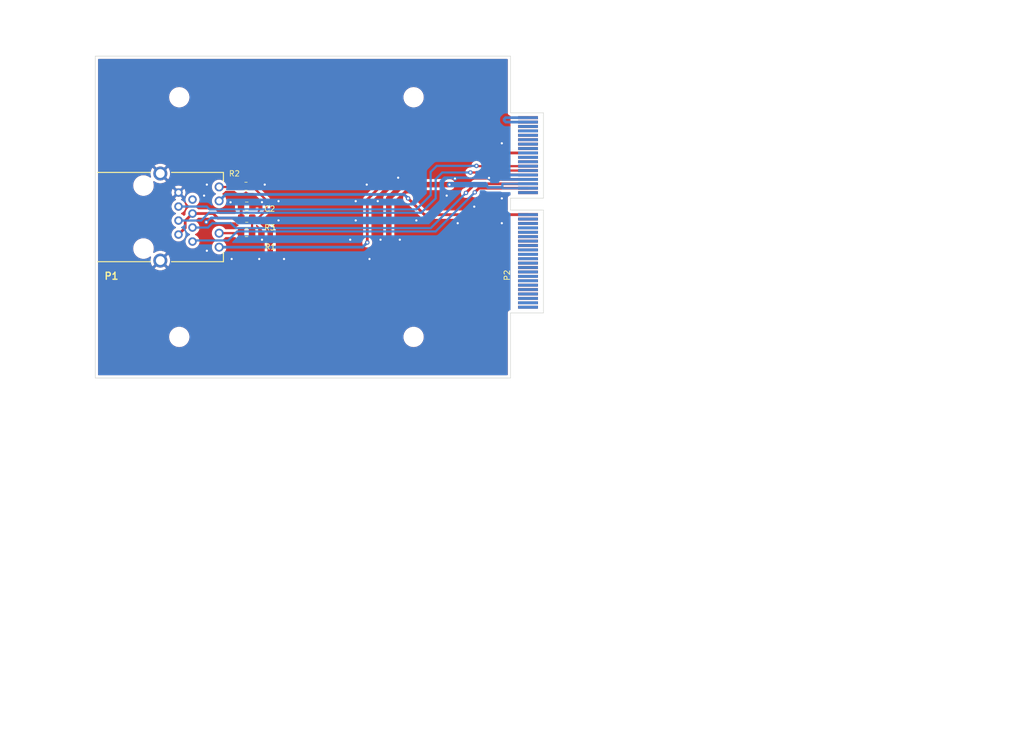
<source format=kicad_pcb>
(kicad_pcb
	(version 20240108)
	(generator "pcbnew")
	(generator_version "8.0")
	(general
		(thickness 1.6)
		(legacy_teardrops no)
	)
	(paper "A4")
	(layers
		(0 "F.Cu" signal)
		(31 "B.Cu" signal)
		(32 "B.Adhes" user "B.Adhesive")
		(33 "F.Adhes" user "F.Adhesive")
		(34 "B.Paste" user)
		(35 "F.Paste" user)
		(36 "B.SilkS" user "B.Silkscreen")
		(37 "F.SilkS" user "F.Silkscreen")
		(38 "B.Mask" user)
		(39 "F.Mask" user)
		(40 "Dwgs.User" user "User.Drawings")
		(41 "Cmts.User" user "User.Comments")
		(42 "Eco1.User" user "User.Eco1")
		(43 "Eco2.User" user "User.Eco2")
		(44 "Edge.Cuts" user)
		(45 "Margin" user)
		(46 "B.CrtYd" user "B.Courtyard")
		(47 "F.CrtYd" user "F.Courtyard")
		(48 "B.Fab" user)
		(49 "F.Fab" user)
	)
	(setup
		(stackup
			(layer "F.SilkS"
				(type "Top Silk Screen")
			)
			(layer "F.Paste"
				(type "Top Solder Paste")
			)
			(layer "F.Mask"
				(type "Top Solder Mask")
				(thickness 0.01)
			)
			(layer "F.Cu"
				(type "copper")
				(thickness 0.035)
			)
			(layer "dielectric 1"
				(type "core")
				(thickness 1.51)
				(material "FR4")
				(epsilon_r 4.5)
				(loss_tangent 0.02)
			)
			(layer "B.Cu"
				(type "copper")
				(thickness 0.035)
			)
			(layer "B.Mask"
				(type "Bottom Solder Mask")
				(thickness 0.01)
			)
			(layer "B.Paste"
				(type "Bottom Solder Paste")
			)
			(layer "B.SilkS"
				(type "Bottom Silk Screen")
			)
			(copper_finish "None")
			(dielectric_constraints no)
		)
		(pad_to_mask_clearance 0)
		(allow_soldermask_bridges_in_footprints yes)
		(pcbplotparams
			(layerselection 0x00010e0_ffffffff)
			(plot_on_all_layers_selection 0x0000000_00000000)
			(disableapertmacros no)
			(usegerberextensions no)
			(usegerberattributes yes)
			(usegerberadvancedattributes yes)
			(creategerberjobfile yes)
			(dashed_line_dash_ratio 12.000000)
			(dashed_line_gap_ratio 3.000000)
			(svgprecision 4)
			(plotframeref no)
			(viasonmask yes)
			(mode 1)
			(useauxorigin no)
			(hpglpennumber 1)
			(hpglpenspeed 20)
			(hpglpendiameter 15.000000)
			(pdf_front_fp_property_popups yes)
			(pdf_back_fp_property_popups yes)
			(dxfpolygonmode yes)
			(dxfimperialunits yes)
			(dxfusepcbnewfont yes)
			(psnegative no)
			(psa4output no)
			(plotreference yes)
			(plotvalue yes)
			(plotfptext yes)
			(plotinvisibletext no)
			(sketchpadsonfab no)
			(subtractmaskfromsilk no)
			(outputformat 1)
			(mirror no)
			(drillshape 0)
			(scaleselection 1)
			(outputdirectory "gerbers/")
		)
	)
	(net 0 "")
	(net 1 "GND")
	(net 2 "LED2")
	(net 3 "TX+")
	(net 4 "TX-")
	(net 5 "RX+")
	(net 6 "RX-")
	(net 7 "LED1")
	(net 8 "unconnected-(P2-Pin_1-Pad1)")
	(net 9 "unconnected-(P2-Pin_2-Pad2)")
	(net 10 "unconnected-(P2-Pin_3-Pad3)")
	(net 11 "unconnected-(P2-Pin_4-Pad4)")
	(net 12 "unconnected-(P2-Pin_5-Pad5)")
	(net 13 "unconnected-(P2-Pin_6-Pad6)")
	(net 14 "unconnected-(P2-Pin_7-Pad7)")
	(net 15 "unconnected-(P2-Pin_8-Pad8)")
	(net 16 "unconnected-(P2-Pin_9-Pad9)")
	(net 17 "unconnected-(P2-Pin_10-Pad10)")
	(net 18 "unconnected-(P2-Pin_11-Pad11)")
	(net 19 "unconnected-(P2-Pin_12-Pad12)")
	(net 20 "unconnected-(P2-Pin_13-Pad13)")
	(net 21 "unconnected-(P2-Pin_14-Pad14)")
	(net 22 "unconnected-(P2-Pin_15-Pad15)")
	(net 23 "unconnected-(P2-Pin_16-Pad16)")
	(net 24 "unconnected-(P2-Pin_17-Pad17)")
	(net 25 "unconnected-(P2-Pin_18-Pad18)")
	(net 26 "unconnected-(P2-Pin_20-Pad20)")
	(net 27 "unconnected-(P2-Pin_19-Pad19)")
	(net 28 "unconnected-(P2-Pin_22-Pad22)")
	(net 29 "unconnected-(P2-Pin_21-Pad21)")
	(net 30 "unconnected-(P2-Pin_24-Pad24)")
	(net 31 "unconnected-(P2-Pin_23-Pad23)")
	(net 32 "unconnected-(P2-Pin_26-Pad26)")
	(net 33 "unconnected-(P2-Pin_25-Pad25)")
	(net 34 "unconnected-(P2-Pin_28-Pad28)")
	(net 35 "unconnected-(P2-Pin_27-Pad27)")
	(net 36 "unconnected-(P2-Pin_30-Pad30)")
	(net 37 "unconnected-(P2-Pin_29-Pad29)")
	(net 38 "unconnected-(P2-Pin_32-Pad32)")
	(net 39 "unconnected-(P2-Pin_31-Pad31)")
	(net 40 "unconnected-(P2-Pin_34-Pad34)")
	(net 41 "unconnected-(P2-Pin_33-Pad33)")
	(net 42 "unconnected-(P2-Pin_36-Pad36)")
	(net 43 "unconnected-(P2-Pin_35-Pad35)")
	(net 44 "unconnected-(P2-Pin_38-Pad38)")
	(net 45 "unconnected-(P2-Pin_37-Pad37)")
	(net 46 "unconnected-(P2-Pin_40-Pad40)")
	(net 47 "unconnected-(P2-Pin_39-Pad39)")
	(net 48 "unconnected-(P2-Pin_42-Pad42)")
	(net 49 "unconnected-(P2-Pin_41-Pad41)")
	(net 50 "unconnected-(P2-Pin_44-Pad44)")
	(net 51 "unconnected-(P2-Pin_45-Pad45)")
	(net 52 "unconnected-(P2-Pin_46-Pad46)")
	(net 53 "+3.3V")
	(net 54 "unconnected-(P2-Pin_56-Pad56)")
	(net 55 "unconnected-(P2-Pin_58-Pad58)")
	(net 56 "unconnected-(P2-Pin_59-Pad59)")
	(net 57 "unconnected-(P2-Pin_60-Pad60)")
	(net 58 "unconnected-(P2-Pin_61-Pad61)")
	(net 59 "unconnected-(P2-Pin_62-Pad62)")
	(net 60 "unconnected-(P2-Pin_64-Pad64)")
	(net 61 "unconnected-(P2-Pin_65-Pad65)")
	(net 62 "unconnected-(P2-Pin_66-Pad66)")
	(net 63 "unconnected-(P2-Pin_67-Pad67)")
	(net 64 "unconnected-(P2-Pin_68-Pad68)")
	(net 65 "unconnected-(P2-Pin_69-Pad69)")
	(net 66 "unconnected-(P2-Pin_70-Pad70)")
	(net 67 "unconnected-(P2-Pin_71-Pad71)")
	(net 68 "unconnected-(P2-Pin_72-Pad72)")
	(net 69 "unconnected-(P2-Pin_73-Pad73)")
	(net 70 "unconnected-(P2-Pin_74-Pad74)")
	(net 71 "unconnected-(P2-Pin_75-Pad75)")
	(net 72 "unconnected-(P2-Pin_76-Pad76)")
	(net 73 "unconnected-(P2-Pin_77-Pad77)")
	(net 74 "Net-(P2-Pin_78)")
	(net 75 "unconnected-(P2-Pin_79-Pad79)")
	(net 76 "Net-(P1-CRD)")
	(net 77 "unconnected-(P1-NC-Pad7)")
	(net 78 "Net-(P1-AG)")
	(net 79 "Net-(P1-AY)")
	(footprint "Capacitor_SMD:C_0805_2012Metric_Pad1.18x1.45mm_HandSolder" (layer "F.Cu") (at 139.7375 86.4 180))
	(footprint "DSOXLAN:cardedge_40x2" (layer "F.Cu") (at 190.754 104.75))
	(footprint "Resistor_SMD:R_0805_2012Metric_Pad1.20x1.40mm_HandSolder" (layer "F.Cu") (at 139.7 91.2 180))
	(footprint "Resistor_SMD:R_0805_2012Metric_Pad1.20x1.40mm_HandSolder" (layer "F.Cu") (at 139.6 82.8 180))
	(footprint "Resistor_SMD:R_0805_2012Metric_Pad1.20x1.40mm_HandSolder" (layer "F.Cu") (at 139.7375 88.59 180))
	(footprint "DSOXLAN:WURTH-7499010121A" (layer "F.Cu") (at 129.9 92.83 90))
	(footprint "MountingHole:MountingHole_3.2mm_M3_ISO7380" (layer "F.Cu") (at 127.5 110.142))
	(footprint "MountingHole:MountingHole_3.2mm_M3_ISO7380" (layer "F.Cu") (at 127.5 66.642))
	(footprint "MountingHole:MountingHole_3.2mm_M3_ISO7380" (layer "F.Cu") (at 170 66.642))
	(footprint "MountingHole:MountingHole_3.2mm_M3_ISO7380" (layer "F.Cu") (at 170 110.142))
	(footprint "DSOXLAN:Lid" (layer "F.Cu") (at 113 88.392))
	(footprint "DSOXLAN:Spacer2b" (layer "F.Cu") (at 170 88.392 90))
	(footprint "Symbol:OSHW-Symbol_6.7x6mm_Copper"
		(layer "F.Cu")
		(uuid "ade53983-a1cf-4f3c-8d42-960f2c09e20d")
		(at 149 64.5)
		(descr "Open Source Hardware Symbol")
		(tags "Logo Symbol OSHW")
		(property "Reference" "SYM101"
			(at 0 0 0)
			(layer "F.SilkS")
			(hide yes)
			(uuid "91d20c47-2505-47b3-a672-7b6a4e9b58f0")
			(effects
				(font
					(size 1 1)
					(thickness 0.15)
				)
			)
		)
		(property "Value" "Logo_Open_Hardware_Small"
			(at 0.75 0 0)
			(layer "F.Fab")
			(hide yes)
			(uuid "8da5ad11-39ec-4ae1-95cb-b4cb9b801137")
			(effects
				(font
					(size 1 1)
					(thickness 0.15)
				)
			)
		)
		(property "Footprint" "Symbol:OSHW-Symbol_6.7x6mm_Copper"
			(at 0 0 0)
			(unlocked yes)
			(layer "F.Fab")
			(hide yes)
			(uuid "e9384a98-a7c6-4cf4-a774-d3a33053395f")
			(effects
				(font
					(size 1.27 1.27)
					(thickness 0.15)
				)
			)
		)
		(property "Datasheet" ""
			(at 0 0 0)
			(unlocked yes)
			(layer "F.Fab")
			(hide yes)
			(uuid "ffad3572-6355-4de0-bb00-fccf166b28ec")
			(effects
				(font
					(size 1.27 1.27)
					(thickness 0.15)
				)
			)
		)
		(property "Description" "Open Hardware logo, small"
			(at 0 0 0)
			(unlocked yes)
			(layer "F.Fab")
			(hide yes)
			(uuid "f1d75b13-405f-4967-a712-2e2963bd7c20")
			(effects
				(font
					(size 1.27 1.27)
					(thickness 0.15)
				)
			)
		)
		(property "Sim.Enable" "0"
			(at 0 0 0)
			(layer "F.Fab")
			(hide yes)
			(uuid "58996a6f-a708-4177-8d20-caa05341bf8a")
			(effects
				(font
					(size 1 1)
					(thickness 0.15)
				)
			)
		)
		(property "exclude_from_bom" ""
			(at 0 0 0)
			(layer "F.Fab")
			(hide yes)
			(uuid "30fed319-4260-4332-8a84-67ce56323eb6")
			(effects
				(font
					(size 1 1)
					(thickness 0.15)
				)
			)
		)
		(path "/8234bddf-43fb-4e02-9851-4268fa889eec")
		(sheetfile "dsoxlan.kicad_sch")
		(attr exclude_from_pos_files exclude_from_bom)
		(fp_poly
			(pts
				(xy -8.078297 11.517821) (xy -8.078393 11.517821) (xy -8.078297 11.517723)
			)
			(stroke
				(width -0.000001)
				(type solid)
			)
			(fill solid)
			(layer "F.Cu")
			(uuid "7bd6e5d5-e605-49e7-9200-8a163c80d07d")
		)
		(fp_poly
			(pts
				(xy -0.52672 11.5183) (xy -0.526912 11.5183) (xy -0.52672 11.518202)
			)
			(stroke
				(width -0.000001)
				(type solid)
			)
			(fill solid)
			(layer "F.Cu")
			(uuid "8cc8481f-7229-4013-b980-745c21ec7c57")
		)
		(fp_poly
			(pts
				(xy -0.09311 5.311672) (xy -0.09311 5.311667) (xy -0.093108 5.311667)
			)
			(stroke
				(width -0.000001)
				(type solid)
			)
			(fill solid)
			(layer "F.Cu")
			(uuid "845669dd-b399-4964-9ecb-d5b14973fdca")
		)
		(fp_poly
			(pts
				(xy 5.44921 4.749679) (xy 5.449208 4.749678) (xy 5.44921 4.749678)
			)
			(stroke
				(width -0.000001)
				(type solid)
			)
			(fill solid)
			(layer "F.Cu")
			(uuid "1a4f178c-eff9-4717-ab4b-89fad2e6c087")
		)
		(fp_poly
			(pts
				(xy 5.940516 5.25163) (xy 5.94033 5.251602) (xy 5.940526 5.251602)
			)
			(stroke
				(width -0.000001)
				(type solid)
			)
			(fill solid)
			(layer "F.Cu")
			(uuid "32b9cfef-aee7-44fe-b388-522671baf44c")
		)
		(fp_poly
			(pts
				(xy 8.621675 11.518109) (xy 8.621577 11.518109) (xy 8.621675 11.518107)
			)
			(stroke
				(width -0.000001)
				(type solid)
			)
			(fill solid)
			(layer "F.Cu")
			(uuid "968dc2da-0edb-41f8-aa24-5dd408de7640")
		)
		(fp_poly
			(pts
				(xy -4.413959 12.06535) (xy -4.604739 12.06535) (xy -4.604739 11.517723) (xy -4.413959 11.517723)
			)
			(stroke
				(width -0.000001)
				(type solid)
			)
			(fill solid)
			(layer "F.Cu")
			(uuid "953b127c-3205-428b-8367-34226c0bab03")
		)
		(fp_poly
			(pts
				(xy -4.223371 12.24805) (xy -4.413959 12.24805) (xy -4.413959 12.065348) (xy -4.223371 12.065348)
			)
			(stroke
				(width -0.000001)
				(type solid)
			)
			(fill solid)
			(layer "F.Cu")
			(uuid "149bcc99-fc0c-445b-a5fb-dc9eed8b2700")
		)
		(fp_poly
			(pts
				(xy -4.032687 12.430753) (xy -4.223371 12.430753) (xy -4.223371 12.248052) (xy -4.032687 12.248052)
			)
			(stroke
				(width -0.000001)
				(type solid)
			)
			(fill solid)
			(layer "F.Cu")
			(uuid "3e7efbcc-7d14-48a6-90fb-f1afbf95afaa")
		)
		(fp_poly
			(pts
				(xy -3.842387 12.248052) (xy -4.032783 12.248052) (xy -4.032783 12.06535) (xy -3.842387 12.06535)
			)
			(stroke
				(width -0.000001)
				(type solid)
			)
			(fill solid)
			(layer "F.Cu")
			(uuid "982d9b27-6ed6-4a8d-be5c-a91adf1a7de2")
		)
		(fp_poly
			(pts
				(xy -3.651032 12.065348) (xy -3.842388 12.065348) (xy -3.842388 11.517721) (xy -3.651032 11.517721)
			)
			(stroke
				(width -0.000001)
				(type solid)
			)
			(fill solid)
			(layer "F.Cu")
			(uuid "4809fc1f-7065-483d-a6be-9102f12ca2b4")
		)
		(fp_poly
			(pts
				(xy -3.531735 1.79876) (xy -3.531765 1.798841) (xy -3.531833 1.798831) (xy -3.531736 1.79876)
			)
			(stroke
				(width -0.000001)
				(type solid)
			)
			(fill solid)
			(layer "F.Cu")
			(uuid "07f710af-9425-423e-9e85-9492003c24b7")
		)
		(fp_poly
			(pts
				(xy -3.270818 12.430658) (xy -3.461405 12.430658) (xy -3.461405 11.517723) (xy -3.270818 11.517723)
			)
			(stroke
				(width -0.000001)
				(type solid)
			)
			(fill solid)
			(layer "F.Cu")
			(uuid "bc65683b-1c0c-4fcd-8213-38db6e363b17")
		)
		(fp_poly
			(pts
				(xy -2.942819 11.00766) (xy -3.732994 11.00766) (xy -3.732994 10.702605) (xy -2.942819 10.702605)
			)
			(stroke
				(width -0.000001)
				(type solid)
			)
			(fill solid)
			(layer "F.Cu")
			(uuid "a98afa8f-9225-463c-93d6-4d3ef21095b5")
		)
		(fp_poly
			(pts
				(xy -2.890989 12.06535) (xy -3.081577 12.06535) (xy -3.081577 11.517723) (xy -2.890989 11.517723)
			)
			(stroke
				(width -0.000001)
				(type solid)
			)
			(fill solid)
			(layer "F.Cu")
			(uuid "8a68c8e9-81e8-4f6b-bc9d-6b603dca3c02")
		)
		(fp_poly
			(pts
				(xy -2.889823 1.894227) (xy -3.041102 2.300261) (xy -3.682625 2.205218) (xy -3.531765 1.798841)
			)
			(stroke
				(width -0.000001)
				(type solid)
			)
			(fill solid)
			(layer "F.Cu")
			(uuid "0f32126a-c6b8-4600-a995-92cabd22f514")
		)
		(fp_poly
			(pts
				(xy -2.699729 12.24805) (xy -2.890893 12.24805) (xy -2.890893 12.065348) (xy -2.699729 12.065348)
			)
			(stroke
				(width -0.000001)
				(type solid)
			)
			(fill solid)
			(layer "F.Cu")
			(uuid "067275f1-4527-4f94-bd7b-3e02aed1dec0")
		)
		(fp_poly
			(pts
				(xy -2.509141 12.430753) (xy -2.699824 12.430753) (xy -2.699824 12.248052) (xy -2.509141 12.248052)
			)
			(stroke
				(width -0.000001)
				(type solid)
			)
			(fill solid)
			(layer "F.Cu")
			(uuid "40c73078-ba1a-4b55-a4c9-0af964d5f494")
		)
		(fp_poly
			(pts
				(xy -2.318457 12.248052) (xy -2.509142 12.248052) (xy -2.509142 12.06535) (xy -2.318457 12.06535)
			)
			(stroke
				(width -0.000001)
				(type solid)
			)
			(fill solid)
			(layer "F.Cu")
			(uuid "a56b3ecd-e346-49e9-aee2-919e448f0d8b")
		)
		(fp_poly
			(pts
				(xy -2.128062 12.065348) (xy -2.318457 12.065348) (xy -2.318457 11.517721) (xy -2.128062 11.517721)
			)
			(stroke
				(width -0.000001)
				(type solid)
			)
			(fill solid)
			(layer "F.Cu")
			(uuid "8e65ea50-ea34-4702-93cd-dde19b4dca85")
		)
		(fp_poly
			(pts
				(xy 2.418432 11.00766) (xy 1.628453 11.00766) (xy 1.628453 10.702605) (xy 2.418432 10.702605)
			)
			(stroke
				(width -0.000001)
				(type solid)
			)
			(fill solid)
			(layer "F.Cu")
			(uuid "d9c3fa29-418e-4324-92b0-46d36389c082")
		)
		(fp_poly
			(pts
				(xy 3.666879 11.883512) (xy 3.475908 11.883512) (xy 3.475908 11.70081) (xy 3.666879 11.70081)
			)
			(stroke
				(width -0.000001)
				(type solid)
			)
			(fill solid)
			(layer "F.Cu")
			(uuid "03085562-9e31-4e8e-a4cd-8e5c2a68bae8")
		)
		(fp_poly
			(pts
				(xy 3.666879 12.248243) (xy 3.475908 12.248243) (xy 3.475908 12.065541) (xy 3.666879 12.065541)
			)
			(stroke
				(width -0.000001)
				(type solid)
			)
			(fill solid)
			(layer "F.Cu")
			(uuid "28cbac39-3611-4afb-bf1f-bdb6b33e065b")
		)
		(fp_poly
			(pts
				(xy 3.857564 11.700809) (xy 3.666879 11.700809) (xy 3.666879 11.518107) (xy 3.857564 11.518107)
			)
			(stroke
				(width -0.000001)
				(type solid)
			)
			(fill solid)
			(layer "F.Cu")
			(uuid "f31cbb96-940d-411f-95e7-148b83119937")
		)
		(fp_poly
			(pts
				(xy 3.857564 12.430946) (xy 3.666879 12.430946) (xy 3.666879 12.248244) (xy 3.857564 12.248244)
			)
			(stroke
				(width -0.000001)
				(type solid)
			)
			(fill solid)
			(layer "F.Cu")
			(uuid "163eff7e-ca3a-49fd-a7d0-e4eca67316d5")
		)
		(fp_poly
			(pts
				(xy 5.098035 8.609757) (xy 4.307862 8.609757) (xy 4.307862 8.346393) (xy 5.098035 8.346393)
			)
			(stroke
				(width -0.000001)
				(type solid)
			)
			(fill solid)
			(layer "F.Cu")
			(uuid "92625b45-79d2-4cc4-afa6-affa17d3c75f")
		)
		(fp_poly
			(pts
				(xy 6.144902 12.430946) (xy 5.953931 12.430946) (xy 5.953931 12.248436) (xy 6.144902 12.248436)
			)
			(stroke
				(width -0.000001)
				(type solid)
			)
			(fill solid)
			(layer "F.Cu")
			(uuid "e666e700-7560-4a7b-bfce-36e70910d5e5")
		)
		(fp_poly
			(pts
				(xy 6.582633 5.346857) (xy 6.431743 5.753174) (xy 5.78983 5.657778) (xy 5.940516 5.25163)
			)
			(stroke
				(width -0.000001)
				(type solid)
			)
			(fill solid)
			(layer "F.Cu")
			(uuid "99fed543-235d-407b-90ae-c3ef7d9ffc58")
		)
		(fp_poly
			(pts
				(xy 7.780267 11.007731) (xy 6.99048 11.007731) (xy 6.99048 10.660914) (xy 7.780267 10.660914)
			)
			(stroke
				(width -0.000001)
				(type solid)
			)
			(fill solid)
			(layer "F.Cu")
			(uuid "cd9a50e8-946c-41a4-879a-72c54f0a9841")
		)
		(fp_poly
			(pts
				(xy -2.058081 3.303968) (xy -2.058179 3.304038) (xy -2.058228 3.304074) (xy -2.058276 3.304109)
				(xy -2.058216 3.303948)
			)
			(stroke
				(width -0.000001)
				(type solid)
			)
			(fill solid)
			(layer "F.Cu")
			(uuid "47d3b03a-9571-419d-a3c6-58863b022e3a")
		)
		(fp_poly
			(pts
				(xy 0.057684 4.905209) (xy -0.093206 5.311526) (xy -0.735216 5.21613) (xy -0.584034 4.809954) (xy -0.583839 4.809954)
			)
			(stroke
				(width -0.000001)
				(type solid)
			)
			(fill solid)
			(layer "F.Cu")
			(uuid "7bedba51-3467-4e4d-a7c8-1ba07fcf67c4")
		)
		(fp_poly
			(pts
				(xy 3.484337 2.741909) (xy 4.126444 2.837729) (xy 3.975945 3.244046) (xy 3.333447 3.148508) (xy 3.484335 2.741909)
			)
			(stroke
				(width -0.000001)
				(type solid)
			)
			(fill solid)
			(layer "F.Cu")
			(uuid "22016fc2-f26c-474a-92e4-4079fb5f13c4")
		)
		(fp_poly
			(pts
				(xy 11.142417 4.946618) (xy 10.991916 5.352934) (xy 10.349418 5.257539) (xy 10.500308 4.851363)
				(xy 10.50031 4.851363)
			)
			(stroke
				(width -0.000001)
				(type solid)
			)
			(fill solid)
			(layer "F.Cu")
			(uuid "b795ba55-40b5-4213-b02a-bee92f3bdbc6")
		)
		(fp_poly
			(pts
				(xy -6.743992 12.247955) (xy -5.980969 12.247955) (xy -5.980969 12.430658) (xy -6.934676 12.430658)
				(xy -6.934676 11.517723) (xy -6.743992 11.517723)
			)
			(stroke
				(width -0.000001)
				(type solid)
			)
			(fill solid)
			(layer "F.Cu")
			(uuid "c165519a-3a5d-4fe8-948d-09d85c5ded4e")
		)
		(fp_poly
			(pts
				(xy 3.635031 2.335875) (xy 3.484141 2.741909) (xy 2.841838 2.646866) (xy 2.993019 2.24055) (xy 2.99302 2.24055)
				(xy 2.99302 2.240479)
			)
			(stroke
				(width -0.000001)
				(type solid)
			)
			(fill solid)
			(layer "F.Cu")
			(uuid "c5a1b23b-7e73-4b82-9c34-6b2ada58b677")
		)
		(fp_poly
			(pts
				(xy -8.268116 11.700425) (xy -8.649675 11.700425) (xy -8.649675 12.430658) (xy -8.840359 12.430658)
				(xy -8.840359 11.700425) (xy -9.22163 11.700425) (xy -9.22163 11.517723) (xy -8.268116 11.517723)
			)
			(stroke
				(width -0.000001)
				(type solid)
			)
			(fill solid)
			(layer "F.Cu")
			(uuid "be733855-1599-41fb-a311-0de608adb311")
		)
		(fp_poly
			(pts
				(xy -2.399578 2.403782) (xy -2.547743 2.802538) (xy -1.906997 2.897934) (xy -2.058216 3.303948)
				(xy -2.699605 3.208713) (xy -2.551831 2.810028) (xy -3.192381 2.714632) (xy -3.041491 2.308174)
			)
			(stroke
				(width -0.000001)
				(type solid)
			)
			(fill solid)
			(layer "F.Cu")
			(uuid "f5683f32-a8c1-4bfc-8c13-2a0e5d8a7249")
		)
		(fp_poly
			(pts
				(xy 5.449233 4.749696) (xy 5.449258 4.749714) (xy 5.449283 4.749731) (xy 5.449308 4.749749) (xy 6.091512 4.845145)
				(xy 5.940234 5.251602) (xy 5.298709 5.155995) (xy 5.44921 4.749679)
			)
			(stroke
				(width -0.000001)
				(type solid)
			)
			(fill solid)
			(layer "F.Cu")
			(uuid "26a7fb83-ccbb-493e-a46f-1fd3a572e617")
		)
		(fp_poly
			(pts
				(xy 10.71862 11.700714) (xy 9.956077 11.700714) (xy 9.956077 12.248244) (xy 10.71862 12.248244)
				(xy 10.71862 12.430658) (xy 9.765489 12.430658) (xy 9.765489 11.518012) (xy 10.71862 11.518012)
			)
			(stroke
				(width -0.000001)
				(type solid)
			)
			(fill solid)
			(layer "F.Cu")
			(uuid "1297bd3d-805d-44a9-a23e-057b868c8cf9")
		)
		(fp_poly
			(pts
				(xy 2.713749 11.701001) (xy 1.951207 11.701001) (xy 1.951207 12.248532) (xy 2.713749 12.248532)
				(xy 2.713749 12.430946) (xy 1.760042 12.430946) (xy 1.760042 11.518395) (xy 1.760138 11.5183) (xy 2.713749 11.5183)
			)
			(stroke
				(width -0.000001)
				(type solid)
			)
			(fill solid)
			(layer "F.Cu")
			(uuid "4d5af130-97bc-4de5-a093-c98182c56548")
		)
		(fp_poly
			(pts
				(xy 3.094637 11.883511) (xy 3.475908 11.883511) (xy 3.475908 12.065541) (xy 3.094541 12.065541)
				(xy 3.094541 12.430946) (xy 2.903856 12.430946) (xy 2.903856 11.518395) (xy 2.904243 11.518105)
				(xy 3.094637 11.518105)
			)
			(stroke
				(width -0.000001)
				(type solid)
			)
			(fill solid)
			(layer "F.Cu")
			(uuid "907f9694-d3a9-40da-8a17-5500e0535647")
		)
		(fp_poly
			(pts
				(xy -0.09311 5.311808) (xy 0.549194 5.407204) (xy 0.398038 5.813667) (xy 1.040315 5.909059) (xy 0.889619 6.315375)
				(xy 0.247122 6.219697) (xy 0.398011 5.813733) (xy 0.398011 5.813732) (xy -0.243706 5.717983) (xy -0.09311 5.311672)
			)
			(stroke
				(width -0.000001)
				(type solid)
			)
			(fill solid)
			(layer "F.Cu")
			(uuid "87e6c336-401f-4ecc-8235-bcf3c022bd74")
		)
		(fp_poly
			(pts
				(xy -7.124879 11.700523) (xy -7.887806 11.700523) (xy -7.887806 11.883225) (xy -7.506053 11.883225)
				(xy -7.506053 12.065255) (xy -7.887806 12.065255) (xy -7.887806 12.247957) (xy -7.124879 12.247957)
				(xy -7.124879 12.430658) (xy -8.078297 12.430658) (xy -8.078297 11.517821) (xy -7.124879 11.517821)
			)
			(stroke
				(width -0.000001)
				(type solid)
			)
			(fill solid)
			(layer "F.Cu")
			(uuid "d82330f0-7a7d-45e9-9449-5f71f16a4e0a")
		)
		(fp_poly
			(pts
				(xy -0.335939 11.883705) (xy 0.236016 11.883705) (xy 0.236016 11.518491) (xy 0.426699 11.518491)
				(xy 0.426699 12.431331) (xy 0.236112 12.431331) (xy 0.236112 12.065925) (xy -0.335748 12.065925)
				(xy -0.335748 12.431041) (xy -0.52672 12.431041) (xy -0.52672 11.5183) (xy -0.335939 11.5183)
			)
			(stroke
				(width -0.000001)
				(type solid)
			)
			(fill solid)
			(layer "F.Cu")
			(uuid "a5ddaf69-e243-4f83-851f-e96d3b8bf329")
		)
		(fp_poly
			(pts
				(xy 10.734292 7.043496) (xy 9.865947 7.043496) (xy 9.865947 10.660914) (xy 10.734292 10.660914)
				(xy 10.734292 11.00766) (xy 8.20811 11.00766) (xy 8.20811 10.660914) (xy 9.076455 10.660914) (xy 9.076455 7.043496)
				(xy 8.20811 7.043496) (xy 8.20811 6.571815) (xy 10.734292 6.571815)
			)
			(stroke
				(width -0.000001)
				(type solid)
			)
			(fill solid)
			(layer "F.Cu")
			(uuid "bddad861-1c54-405e-852c-49f2d4c4aabd")
		)
		(fp_poly
			(pts
				(xy -11.039411 1.398381) (xy -10.397109 1.493989) (xy -10.547998 1.900022) (xy -9.905988 1.995701)
				(xy -10.056877 2.402159) (xy -9.414575 2.497767) (xy -9.565269 2.90373) (xy -10.207767 2.808546)
				(xy -10.056902 2.402155) (xy -10.699083 2.306622) (xy -10.547901 1.900164) (xy -11.190009 1.804909)
				(xy -11.039411 1.39831)
			)
			(stroke
				(width -0.000001)
				(type solid)
			)
			(fill solid)
			(layer "F.Cu")
			(uuid "bcad799c-70a5-4053-9c1f-ff6d71ad8d00")
		)
		(fp_poly
			(pts
				(xy -8.923454 2.999268) (xy -9.074246 3.405867) (xy -9.074252 3.40588) (xy -9.074344 3.405866) (xy -9.074248 3.405866)
				(xy -9.074246 3.405867) (xy -9.074246 3.405866) (xy -9.074248 3.405866) (xy -9.716451 3.310117)
				(xy -9.565269 2.903801) (xy -9.56527 2.903801) (xy -9.565318 2.903765) (xy -9.565367 2.90373)
			)
			(stroke
				(width -0.000001)
				(type solid)
			)
			(fill solid)
			(layer "F.Cu")
			(uuid "c40562de-2c9e-4b10-bd1a-d36719f3f2ba")
		)
		(fp_poly
			(pts
				(xy 5.000991 11.70081) (xy 4.23797 11.70081) (xy 4.23797 11.883512) (xy 4.619722 11.883512) (xy 4.619722 12.065637)
				(xy 4.23797 12.065637) (xy 4.23797 12.248339) (xy 5.000991 12.248339) (xy 5.000991 12.430753) (xy 4.047382 12.430753)
				(xy 4.047382 11.518202) (xy 4.047477 11.518109) (xy 5.000991 11.518109)
			)
			(stroke
				(width -0.000001)
				(type solid)
			)
			(fill solid)
			(layer "F.Cu")
			(uuid "332a80bd-5a9f-48ef-8efd-50e629e5b063")
		)
		(fp_poly
			(pts
				(xy 7.288236 11.700712) (xy 6.525405 11.700712) (xy 6.525405 11.883414) (xy 7.288236 11.883414)
				(xy 7.288236 12.430944) (xy 6.334722 12.430944) (xy 6.334722 12.248243) (xy 7.09765 12.248243) (xy 7.09765 12.065541)
				(xy 6.334722 12.065541) (xy 6.334722 11.518202) (xy 6.334819 11.51801) (xy 7.288236 11.51801)
			)
			(stroke
				(width -0.000001)
				(type solid)
			)
			(fill solid)
			(layer "F.Cu")
			(uuid "a60099fa-a6ba-4523-9226-aa379166eff1")
		)
		(fp_poly
			(pts
				(xy 8.432048 12.065445) (xy 7.668929 12.065445) (xy 7.668929 12.430851) (xy 7.478534 12.430851)
				(xy 7.478534 11.883511) (xy 7.668929 11.883511) (xy 8.241077 11.883511) (xy 8.241077 11.700809)
				(xy 7.668929 11.700809) (xy 7.668929 11.883511) (xy 7.478534 11.883511) (xy 7.478534 11.518012)
				(xy 8.432048 11.518012)
			)
			(stroke
				(width -0.000001)
				(type solid)
			)
			(fill solid)
			(layer "F.Cu")
			(uuid "97a29b7e-adb1-4583-a43e-1b03c80bb2ff")
		)
		(fp_poly
			(pts
				(xy 11.862531 11.700426) (xy 11.09941 11.700426) (xy 11.09941 11.883128) (xy 11.480682 11.883128)
				(xy 11.480682 12.065445) (xy 11.09941 12.065445) (xy 11.09941 12.248148) (xy 11.862434 12.248148)
				(xy 11.862434 12.430563) (xy 10.908822 12.430563) (xy 10.908822 11.51801) (xy 10.90892 11.517724)
				(xy 11.862531 11.517724)
			)
			(stroke
				(width -0.000001)
				(type solid)
			)
			(fill solid)
			(layer "F.Cu")
			(uuid "95be86b3-6c30-43f8-89a8-91f7e0cfa1d4")
		)
		(fp_poly
			(pts
				(xy -7.109082 5.413281) (xy -6.467558 5.508818) (xy -6.618156 5.915134) (xy -5.975951 6.010531)
				(xy -6.126771 6.416661) (xy -6.126743 6.416671) (xy -6.126645 6.416706) (xy -5.485122 6.512243)
				(xy -5.635817 6.918701) (xy -6.27773 6.822952) (xy -6.126914 6.416836) (xy -6.768753 6.321451) (xy -6.618156 5.915276)
				(xy -7.260264 5.819385) (xy -7.109082 5.413209)
			)
			(stroke
				(width -0.000001)
				(type solid)
			)
			(fill solid)
			(layer "F.Cu")
			(uuid "50e2d8e3-1ca8-4394-a286-25c1ffe64b5a")
		)
		(fp_poly
			(pts
				(xy -4.794749 12.430658) (xy -4.985625 12.430658) (xy -4.985625 12.065253) (xy -5.557772 12.065253)
				(xy -5.557772 12.430658) (xy -5.74836 12.430658) (xy -5.74836 11.883127) (xy -5.557676 11.883127)
				(xy -4.985432 11.883127) (xy -4.985432 11.700425) (xy -5.557676 11.700425) (xy -5.557676 11.883127)
				(xy -5.74836 11.883127) (xy -5.74836 11.517723) (xy -4.794749 11.517723)
			)
			(stroke
				(width -0.000001)
				(type solid)
			)
			(fill solid)
			(layer "F.Cu")
			(uuid "2e13f96e-6094-4d31-8d60-35bad5861f12")
		)
		(fp_poly
			(pts
				(xy 9.575284 12.430948) (xy 9.384505 12.430948) (xy 9.384505 12.065542) (xy 8.812358 12.065542)
				(xy 8.812358 12.430658) (xy 8.621675 12.430658) (xy 8.621675 11.883511) (xy 8.812358 11.883511)
				(xy 9.384698 11.883511) (xy 9.384698 11.700809) (xy 8.812358 11.700809) (xy 8.812358 11.883511)
				(xy 8.621675 11.883511) (xy 8.621675 11.518109) (xy 9.575284 11.518109)
			)
			(stroke
				(width -0.000001)
				(type solid)
			)
			(fill solid)
			(layer "F.Cu")
			(uuid "d8099d4b-1a29-44f8-b2d8-cf65828febd5")
		)
		(fp_poly
			(pts
				(xy 1.570415 12.431139) (xy 1.379636 12.431139) (xy 1.379636 12.065733) (xy 0.807104 12.065733)
				(xy 0.807104 12.430946) (xy 0.616709 12.430946) (xy 0.616709 11.883606) (xy 0.807681 11.883606)
				(xy 1.379828 11.883606) (xy 1.379828 11.701096) (xy 0.807681 11.701096) (xy 0.807681 11.883606)
				(xy 0.616709 11.883606) (xy 0.616709 11.518395) (xy 0.616803 11.5183) (xy 1.570415 11.5183)
			)
			(stroke
				(width -0.000001)
				(type solid)
			)
			(fill solid)
			(layer "F.Cu")
			(uuid "1254c91c-4620-4105-bacf-94ebae92f38b")
		)
		(fp_poly
			(pts
				(xy 6.144902 12.065445) (xy 5.953931 12.065445) (xy 5.953931 12.248148) (xy 5.763248 12.248148)
				(xy 5.763248 12.065445) (xy 5.382072 12.065445) (xy 5.382072 12.430851) (xy 5.191388 12.430851)
				(xy 5.191388 11.883511) (xy 5.382072 11.883511) (xy 5.953931 11.883511) (xy 5.953931 11.700809)
				(xy 5.382072 11.700809) (xy 5.382072 11.883511) (xy 5.191388 11.883511) (xy 5.191388 11.518012)
				(xy 6.144902 11.518012)
			)
			(stroke
				(width -0.000001)
				(type solid)
			)
			(fill solid)
			(layer "F.Cu")
			(uuid "89e76bd8-8eb3-4edd-b67e-34605c65e20e")
		)
		(fp_poly
			(pts
				(xy 0.840711 6.573228) (xy 0.840711 6.720915) (xy 1.31577 6.720915) (xy 1.31577 11.007378) (xy 0.527542 11.007378)
				(xy 0.527542 9.234071) (xy -1.841909 9.234071) (xy -1.841909 11.007378) (xy -2.632863 11.007378)
				(xy -2.632863 8.346393) (xy -1.841909 8.346393) (xy 0.527542 8.346393) (xy 0.527542 7.458644) (xy -1.841909 7.458644)
				(xy -1.841909 8.346393) (xy -2.632863 8.346393) (xy -2.632863 6.720915) (xy -2.216505 6.720915)
				(xy -2.216505 6.573228)
			)
			(stroke
				(width -0.000001)
				(type solid)
			)
			(fill solid)
			(layer "F.Cu")
			(uuid "36690ace-7c63-4569-8074-0c683c5061a5")
		)
		(fp_poly
			(pts
				(xy 3.518273 7.267033) (xy 4.307959 7.267033) (xy 4.307959 7.636576) (xy 5.098035 7.636576) (xy 5.098035 7.267033)
				(xy 5.88821 7.267033) (xy 5.88821 6.571815) (xy 6.677995 6.571815) (xy 6.677995 11.00759) (xy 5.88821 11.00759)
				(xy 5.88821 8.346393) (xy 5.098035 8.346393) (xy 5.098035 8.345686) (xy 4.307862 8.345686) (xy 4.307862 8.346393)
				(xy 3.517882 8.346393) (xy 3.517882 11.00759) (xy 2.727804 11.00759) (xy 2.727804 6.571815) (xy 3.518273 6.571815)
			)
			(stroke
				(width -0.000001)
				(type solid)
			)
			(fill solid)
			(layer "F.Cu")
			(uuid "32c736e5-92c7-482b-823f-bcdb843bf143")
		)
		(fp_poly
			(pts
				(xy 9.177444 2.93906) (xy 9.026748 3.345376) (xy 9.02675 3.345376) (xy 9.026825 3.345431) (xy 9.026845 3.345376)
				(xy 9.668857 3.440914) (xy 9.517577 3.847513) (xy 10.159881 3.942627) (xy 10.124835 4.037104) (xy 11.832807 4.019933)
				(xy 11.888004 4.399115) (xy 10.571859 4.432751) (xy 10.651099 4.444622) (xy 10.500209 4.85108) (xy 9.858686 4.755472)
				(xy 9.972972 4.446672) (xy 5.523191 4.550194) (xy 5.449207 4.749325) (xy 4.807101 4.653575) (xy 4.839711 4.565952)
				(xy -0.540229 4.691026) (xy -0.584035 4.809601) (xy -1.226143 4.713922) (xy -1.223612 4.706856)
				(xy -4.189807 4.775682) (xy -4.235561 10.989852) (xy -5.188014 11.003066) (xy -5.050169 4.795963)
				(xy -7.579661 4.854614) (xy -7.600396 4.911145) (xy -6.958484 5.006753) (xy -7.108984 5.413069)
				(xy -7.751481 5.317462) (xy -7.600591 4.911145) (xy -7.925345 4.862811) (xy -9.01428 4.888109) (xy -9.382451 4.148683)
				(xy -8.670836 4.144656) (xy -8.583223 3.907579) (xy -9.224941 3.812183) (xy -9.074252 3.40588) (xy -8.431846 3.501121)
				(xy -8.583223 3.907579) (xy -8.582835 3.907789) (xy -8.582641 3.907648) (xy -7.940533 4.003044)
				(xy -7.991543 4.140838) (xy -5.034888 4.123879) (xy -5.030994 3.959585) (xy -4.183091 3.890547)
				(xy -4.184747 4.119003) (xy -1.677255 4.104658) (xy -1.566473 3.806175) (xy -2.208483 3.710567)
				(xy -2.05808 3.304109) (xy -1.415972 3.399787) (xy -1.566376 3.805821) (xy -0.924851 3.900935) (xy -0.998836 4.100419)
				(xy 4.346548 4.070033) (xy 4.467064 3.745687) (xy 3.824566 3.650573) (xy 3.975748 3.244116) (xy 4.617272 3.339229)
				(xy 4.466965 3.745545) (xy 5.109071 3.841153) (xy 5.025352 4.066288) (xy 9.44593 4.04099) (xy 9.517675 3.847725)
				(xy 8.876151 3.752046) (xy 9.02682 3.345443) (xy 8.384544 3.250404) (xy 8.535726 2.843947)
			)
			(stroke
				(width -0.000001)
				(type solid)
			)
			(fill solid)
			(layer "F.Cu")
			(uuid "d160bc88-1ea9-4232-a3f6-9cadb1c880c8")
		)
		(fp_poly
			(pts
				(xy 10.718495 6.442931) (xy 10.727899 6.443452) (xy 10.737166 6.444309) (xy 10.746284 6.445494)
				(xy 10.755243 6.446997) (xy 10.764029 6.44881) (xy 10.772633 6.450926) (xy 10.781041 6.453334) (xy 10.789243 6.456027)
				(xy 10.797226 6.458997) (xy 10.80498 6.462235) (xy 10.812492 6.465733) (xy 10.819751 6.469481) (xy 10.826745 6.473473)
				(xy 10.833463 6.477698) (xy 10.839893 6.482149) (xy 10.846023 6.486818) (xy 10.851842 6.491695)
				(xy 10.857339 6.496773) (xy 10.8625 6.502043) (xy 10.867316 6.507496) (xy 10.871774 6.513125) (xy 10.875862 6.51892)
				(xy 10.87957 6.524873) (xy 10.882885 6.530976) (xy 10.885795 6.53722) (xy 10.88829 6.543597) (xy 10.890357 6.550099)
				(xy 10.891985 6.556716) (xy 10.893163 6.563441) (xy 10.893878 6.570265) (xy 10.894118 6.57718) (xy 10.894118 7.048916)
				(xy 10.893876 7.055832) (xy 10.893159 7.062659) (xy 10.89198 7.069386) (xy 10.89035 7.076005) (xy 10.888281 7.082508)
				(xy 10.885784 7.088886) (xy 10.882872 7.095132) (xy 10.879555 7.101236) (xy 10.875846 7.10719) (xy 10.871756 7.112985)
				(xy 10.867297 7.118614) (xy 10.86248 7.124068) (xy 10.857317 7.129338) (xy 10.851819 7.134416) (xy 10.839867 7.143961)
				(xy 10.826717 7.152637) (xy 10.812461 7.160376) (xy 10.797193 7.16711) (xy 10.781007 7.172771) (xy 10.763994 7.177292)
				(xy 10.746248 7.180606) (xy 10.727861 7.182646) (xy 10.708928 7.183342) (xy 10.025781 7.183342)
				(xy 10.025781 10.531865) (xy 10.708966 10.531865) (xy 10.718495 10.532042) (xy 10.727899 10.532564)
				(xy 10.737166 10.533422) (xy 10.746284 10.534606) (xy 10.755243 10.536109) (xy 10.764029 10.537923)
				(xy 10.772633 10.540038) (xy 10.781041 10.542446) (xy 10.789243 10.54514) (xy 10.797226 10.54811)
				(xy 10.80498 10.551347) (xy 10.812492 10.554845) (xy 10.819751 10.558593) (xy 10.826745 10.562585)
				(xy 10.833463 10.56681) (xy 10.839893 10.571261) (xy 10.846023 10.57593) (xy 10.851842 10.580807)
				(xy 10.857339 10.585885) (xy 10.8625 10.591155) (xy 10.867316 10.596608) (xy 10.871774 10.602237)
				(xy 10.875862 10.608032) (xy 10.87957 10.613985) (xy 10.882885 10.620088) (xy 10.885795 10.626332)
				(xy 10.88829 10.632709) (xy 10.890357 10.639211) (xy 10.891985 10.645828) (xy 10.893163 10.652553)
				(xy 10.893878 10.659377) (xy 10.894118 10.666292) (xy 10.894118 11.012986) (xy 10.893876 11.019903)
				(xy 10.893159 11.026729) (xy 10.89198 11.033456) (xy 10.89035 11.040075) (xy 10.888281 11.046578)
				(xy 10.885784 11.052957) (xy 10.882872 11.059202) (xy 10.879555 11.065306) (xy 10.875846 11.07126)
				(xy 10.871756 11.077056) (xy 10.867297 11.082685) (xy 10.86248 11.088139) (xy 10.857317 11.093409)
				(xy 10.851819 11.098486) (xy 10.839867 11.108032) (xy 10.826717 11.116708) (xy 10.812461 11.124446)
				(xy 10.797193 11.13118) (xy 10.781007 11.136841) (xy 10.763994 11.141363) (xy 10.746248 11.144677)
				(xy 10.727861 11.146716) (xy 10.708928 11.147412) (xy 8.182786 11.147412) (xy 8.173257 11.147234)
				(xy 8.163853 11.146713) (xy 8.154586 11.145855) (xy 8.145468 11.144671) (xy 8.136509 11.143168)
				(xy 8.127722 11.141355) (xy 8.119119 11.13924) (xy 8.110711 11.136831) (xy 8.102509 11.134138) (xy 8.094525 11.131168)
				(xy 8.086772 11.12793) (xy 8.079259 11.124433) (xy 8.072 11.120684) (xy 8.065006 11.116693) (xy 8.058288 11.112467)
				(xy 8.051858 11.108016) (xy 8.045727 11.103348) (xy 8.039908 11.09847) (xy 8.034412 11.093393) (xy 8.02925 11.088123)
				(xy 8.024435 11.082669) (xy 8.019977 11.077041) (xy 8.015888 11.071246) (xy 8.012181 11.065293)
				(xy 8.008866 11.05919) (xy 8.005955 11.052946) (xy 8.003461 11.046568) (xy 8.001393 11.040067) (xy 7.999765 11.033449)
				(xy 7.998588 11.026724) (xy 7.997873 11.0199) (xy 7.997632 11.012986) (xy 7.997632 10.666292) (xy 7.997875 10.659375)
				(xy 7.998592 10.652549) (xy 7.999771 10.645822) (xy 8.001401 10.639202) (xy 8.00347 10.632699) (xy 8.005967 10.626321)
				(xy 8.008879 10.620075) (xy 8.012196 10.613971) (xy 8.015905 10.608017) (xy 8.019995 10.602222)
				(xy 8.024454 10.596593) (xy 8.029272 10.591139) (xy 8.034435 10.585869) (xy 8.039932 10.580791)
				(xy 8.051885 10.571246) (xy 8.065035 10.56257) (xy 8.079291 10.554831) (xy 8.094558 10.548097) (xy 8.110745 10.542436)
				(xy 8.127758 10.537915) (xy 8.145504 10.5346) (xy 8.16389 10.532561) (xy 8.182822 10.531865) (xy 8.86597 10.531865)
				(xy 8.86597 7.183342) (xy 8.182786 7.183342) (xy 8.173257 7.183164) (xy 8.163853 7.182643) (xy 8.154586 7.181786)
				(xy 8.145468 7.180601) (xy 8.136509 7.179098) (xy 8.127722 7.177285) (xy 8.119119 7.17517) (xy 8.110711 7.172761)
				(xy 8.102509 7.170068) (xy 8.094525 7.167098) (xy 8.086772 7.16386) (xy 8.079259 7.160362) (xy 8.072 7.156614)
				(xy 8.065006 7.152623) (xy 8.058288 7.148397) (xy 8.051858 7.143946) (xy 8.045727 7.139277) (xy 8.039908 7.1344)
				(xy 8.034412 7.129322) (xy 8.02925 7.124052) (xy 8.024435 7.118599) (xy 8.019977 7.11297) (xy 8.015888 7.107175)
				(xy 8.012181 7.101222) (xy 8.008866 7.095119) (xy 8.005955 7.088875) (xy 8.003461 7.082498) (xy 8.001393 7.075996)
				(xy 7.999765 7.069379) (xy 7.998588 7.062654) (xy 7.997873 7.05583) (xy 7.997632 7.048916) (xy 7.997632 6.57718)
				(xy 7.997875 6.570263) (xy 7.998592 6.563436) (xy 7.999771 6.55671) (xy 8.001401 6.55009) (xy 8.00347 6.543587)
				(xy 8.005967 6.537209) (xy 8.008879 6.530963) (xy 8.012196 6.524859) (xy 8.015905 6.518905) (xy 8.019995 6.51311)
				(xy 8.024454 6.507481) (xy 8.029272 6.502027) (xy 8.034435 6.496757) (xy 8.039932 6.491679) (xy 8.051885 6.482134)
				(xy 8.065035 6.473458) (xy 8.079291 6.465719) (xy 8.094558 6.458985) (xy 8.110745 6.453324) (xy 8.127758 6.448803)
				(xy 8.145504 6.445489) (xy 8.16389 6.44345) (xy 8.182822 6.442753) (xy 10.708966 6.442753)
			)
			(stroke
				(width -0.000001)
				(type solid)
			)
			(fill solid)
			(layer "F.Mask")
			(uuid "fbbe1e4b-87db-46d4-9aae-377833ac81ff")
		)
		(fp_poly
			(pts
				(xy -6.759673 11.388833) (xy -6.750269 11.389355) (xy -6.741002 11.390212) (xy -6.731883 11.391396)
				(xy -6.722925 11.3929) (xy -6.714138 11.394713) (xy -6.705535 11.396828) (xy -6.697127 11.399237)
				(xy -6.688925 11.40193) (xy -6.680942 11.4049) (xy -6.673188 11.408138) (xy -6.665676 11.411635)
				(xy -6.658417 11.415384) (xy -6.651422 11.419375) (xy -6.644705 11.423601) (xy -6.638275 11.428052)
				(xy -6.632144 11.43272) (xy -6.626325 11.437598) (xy -6.620829 11.442676) (xy -6.615667 11.447945)
				(xy -6.610852 11.453399) (xy -6.606394 11.459027) (xy -6.602305 11.464822) (xy -6.598598 11.470775)
				(xy -6.595283 11.476878) (xy -6.592373 11.483123) (xy -6.589878 11.4895) (xy -6.587811 11.496001)
				(xy -6.586183 11.502619) (xy -6.585005 11.509344) (xy -6.58429 11.516168) (xy -6.58405 11.523082)
				(xy -6.58405 12.118894) (xy -6.006235 12.118895) (xy -6.002791 12.120661) (xy -5.999406 12.122483)
				(xy -5.996082 12.124357) (xy -5.992819 12.126286) (xy -5.989619 12.128266) (xy -5.986483 12.130298)
				(xy -5.983412 12.13238) (xy -5.980407 12.134512) (xy -5.97747 12.136693) (xy -5.974601 12.138922)
				(xy -5.971802 12.141198) (xy -5.969074 12.143521) (xy -5.966417 12.145889) (xy -5.963834 12.148302)
				(xy -5.961325 12.150759) (xy -5.958892 12.153259) (xy -5.958892 11.523082) (xy -5.958649 11.516165)
				(xy -5.957933 11.509339) (xy -5.956753 11.502612) (xy -5.955123 11.495993) (xy -5.953054 11.48949)
				(xy -5.950558 11.483111) (xy -5.947646 11.476866) (xy -5.944329 11.470762) (xy -5.94062 11.464808)
				(xy -5.93653 11.459012) (xy -5.93207 11.453383) (xy -5.927253 11.44793) (xy -5.92209 11.44266) (xy -5.916592 11.437582)
				(xy -5.90464 11.428036) (xy -5.89149 11.41936) (xy -5.877235 11.411622) (xy -5.861967 11.404888)
				(xy -5.84578 11.399227) (xy -5.828767 11.394705) (xy -5.811022 11.391391) (xy -5.792636 11.389352)
				(xy -5.773703 11.388655) (xy -4.819995 11.388655) (xy -4.812146 11.391329) (xy -4.804507 11.394255)
				(xy -4.797088 11.397425) (xy -4.789899 11.400833) (xy -4.78295 11.404471) (xy -4.77625 11.408333)
				(xy -4.769809 11.41241) (xy -4.763637 11.416697) (xy -4.757744 11.421186) (xy -4.752139 11.425869)
				(xy -4.746833 11.43074) (xy -4.741835 11.435792) (xy -4.737155 11.441018) (xy -4.732802 11.446409)
				(xy -4.728787 11.45196) (xy -4.725119 11.457663) (xy -4.721442 11.451956) (xy -4.717418 11.446401)
				(xy -4.713055 11.441006) (xy -4.708364 11.435778) (xy -4.703355 11.430724) (xy -4.698037 11.425851)
				(xy -4.692421 11.421166) (xy -4.686516 11.416677) (xy -4.680331 11.41239) (xy -4.673878 11.408313)
				(xy -4.667165 11.404453) (xy -4.660202 11.400817) (xy -4.653 11.397412) (xy -4.645568 11.394246)
				(xy -4.637915 11.391324) (xy -4.630053 11.388655) (xy -4.439122 11.388655) (xy -4.429593 11.388833)
				(xy -4.420189 11.389355) (xy -4.410922 11.390212) (xy -4.401804 11.391396) (xy -4.392845 11.3929)
				(xy -4.384059 11.394713) (xy -4.375455 11.396828) (xy -4.367047 11.399237) (xy -4.358845 11.40193)
				(xy -4.350862 11.4049) (xy -4.343108 11.408138) (xy -4.335596 11.411635) (xy -4.328337 11.415384)
				(xy -4.321343 11.419375) (xy -4.314625 11.423601) (xy -4.308195 11.428052) (xy -4.302065 11.43272)
				(xy -4.296245 11.437598) (xy -4.290749 11.442676) (xy -4.285588 11.447945) (xy -4.280772 11.453399)
				(xy -4.276314 11.459027) (xy -4.272226 11.464822) (xy -4.268518 11.470775) (xy -4.265203 11.476878)
				(xy -4.262293 11.483123) (xy -4.259798 11.4895) (xy -4.257731 11.496001) (xy -4.256103 11.502619)
				(xy -4.254925 11.509344) (xy -4.25421 11.516168) (xy -4.253969 11.523082) (xy -4.253969 11.936162)
				(xy -4.248646 11.936162) (xy -4.240764 11.938832) (xy -4.233093 11.941756) (xy -4.225643 11.944927)
				(xy -4.218423 11.948337) (xy -4.211445 11.951979) (xy -4.204716 11.955846) (xy -4.198248 11.959931)
				(xy -4.192051 11.964226) (xy -4.186134 11.968724) (xy -4.180506 11.973419) (xy -4.175179 11.978303)
				(xy -4.170162 11.983369) (xy -4.165464 11.988609) (xy -4.161096 11.994017) (xy -4.157068 11.999585)
				(xy -4.153389 12.005307) (xy -4.14971 11.999585) (xy -4.145682 11.994017) (xy -4.141314 11.988609)
				(xy -4.136617 11.983369) (xy -4.131599 11.978303) (xy -4.126272 11.973419) (xy -4.120645 11.968724)
				(xy -4.114728 11.964226) (xy -4.10853 11.959931) (xy -4.102062 11.955846) (xy -4.095334 11.951979)
				(xy -4.088355 11.948337) (xy -4.081136 11.944927) (xy -4.073686 11.941756) (xy -4.066015 11.938832)
				(xy -4.058132 11.936162) (xy -4.052809 11.936162) (xy -4.052809 11.523082) (xy -4.052566 11.516165)
				(xy -4.051849 11.509339) (xy -4.05067 11.502612) (xy -4.04904 11.495993) (xy -4.046971 11.48949)
				(xy -4.044475 11.483111) (xy -4.041562 11.476866) (xy -4.038246 11.470762) (xy -4.034537 11.464808)
				(xy -4.030447 11.459012) (xy -4.025987 11.453383) (xy -4.02117 11.44793) (xy -4.016007 11.44266)
				(xy -4.010509 11.437582) (xy -3.998557 11.428036) (xy -3.985407 11.41936) (xy -3.971151 11.411622)
				(xy -3.955884 11.404888) (xy -3.939697 11.399227) (xy -3.922684 11.394705) (xy -3.904938 11.391391)
				(xy -3.886552 11.389352) (xy -3.867619 11.388655) (xy -3.676345 11.388655) (xy -3.668502 11.391323)
				(xy -3.660869 11.394241) (xy -3.653454 11.397404) (xy -3.646269 11.400805) (xy -3.639323 11.404435)
				(xy -3.632625 11.408288) (xy -3.626186 11.412357) (xy -3.620014 11.416635) (xy -3.614121 11.421115)
				(xy -3.608515 11.425789) (xy -3.603207 11.430651) (xy -3.598206 11.435693) (xy -3.593522 11.440909)
				(xy -3.589164 11.446291) (xy -3.585143 11.451832) (xy -3.581469 11.457525) (xy -3.577794 11.451832)
				(xy -3.573774 11.446291) (xy -3.569416 11.440909) (xy -3.564732 11.435693) (xy -3.559731 11.430651)
				(xy -3.554423 11.425789) (xy -3.548817 11.421115) (xy -3.542924 11.416635) (xy -3.536753 11.412357)
				(xy -3.530313 11.408288) (xy -3.523615 11.404435) (xy -3.516669 11.400805) (xy -3.509484 11.397404)
				(xy -3.502069 11.394241) (xy -3.494436 11.391323) (xy -3.486593 11.388655) (xy -3.296079 11.388655)
				(xy -3.288256 11.391321) (xy -3.280641 11.394237) (xy -3.273245 11.397396) (xy -3.266077 11.400791)
				(xy -3.259147 11.404416) (xy -3.252464 11.408262) (xy -3.246039 11.412323) (xy -3.239881 11.416593)
				(xy -3.233999 11.421063) (xy -3.228404 11.425727) (xy -3.223106 11.430578) (xy -3.218113 11.435608)
				(xy -3.213435 11.440811) (xy -3.209083 11.44618) (xy -3.205066 11.451708) (xy -3.201394 11.457387)
				(xy -3.19773 11.451712) (xy -3.193723 11.446188) (xy -3.189381 11.440823) (xy -3.184714 11.435622)
				(xy -3.179732 11.430594) (xy -3.174444 11.425745) (xy -3.168861 11.421082) (xy -3.162992 11.416612)
				(xy -3.156846 11.412343) (xy -3.150434 11.408281) (xy -3.143764 11.404433) (xy -3.136847 11.400806)
				(xy -3.129692 11.397408) (xy -3.122309 11.394246) (xy -3.114707 11.391326) (xy -3.106897 11.388655)
				(xy -2.916158 11.388655) (xy -2.906629 11.388833) (xy -2.897225 11.389355) (xy -2.887958 11.390212)
				(xy -2.878839 11.391396) (xy -2.869881 11.3929) (xy -2.861094 11.394713) (xy -2.852491 11.396828)
				(xy -2.844083 11.399237) (xy -2.835881 11.40193) (xy -2.827897 11.4049) (xy -2.820144 11.408138)
				(xy -2.812631 11.411635) (xy -2.805372 11.415384) (xy -2.798378 11.419375) (xy -2.79166 11.423601)
				(xy -2.78523 11.428052) (xy -2.7791 11.43272) (xy -2.773281 11.437598) (xy -2.767784 11.442676)
				(xy -2.762623 11.447945) (xy -2.757807 11.453399) (xy -2.753349 11.459027) (xy -2.749261 11.464822)
				(xy -2.745553 11.470775) (xy -2.742238 11.476878) (xy -2.739328 11.483123) (xy -2.736833 11.4895)
				(xy -2.734766 11.496001) (xy -2.733138 11.502619) (xy -2.73196 11.509344) (xy -2.731245 11.516168)
				(xy -2.731005 11.523082) (xy -2.731005 11.936162) (xy -2.724921 11.936162) (xy -2.717039 11.938832)
				(xy -2.709368 11.941756) (xy -2.701917 11.944926) (xy -2.694698 11.948336) (xy -2.687719 11.951978)
				(xy -2.680991 11.955845) (xy -2.674523 11.95993) (xy -2.668325 11.964225) (xy -2.662408 11.968724)
				(xy -2.65678 11.973419) (xy -2.651453 11.978303) (xy -2.646436 11.983369) (xy -2.641738 11.988609)
				(xy -2.63737 11.994017) (xy -2.633342 11.999585) (xy -2.629663 12.005307) (xy -2.625984 11.999585)
				(xy -2.621956 11.994017) (xy -2.617588 11.988609) (xy -2.612891 11.983369) (xy -2.607873 11.978303)
				(xy -2.602546 11.973419) (xy -2.596919 11.968724) (xy -2.591002 11.964225) (xy -2.584804 11.95993)
				(xy -2.578336 11.955845) (xy -2.571608 11.951978) (xy -2.564629 11.948336) (xy -2.557409 11.944926)
				(xy -2.549959 11.941756) (xy -2.542288 11.938832) (xy -2.534406 11.936162) (xy -2.528896 11.936162)
				(xy -2.528896 11.523082) (xy -2.528653 11.516165) (xy -2.527936 11.509339) (xy -2.526757 11.502612)
				(xy -2.525127 11.495993) (xy -2.523058 11.48949) (xy -2.520562 11.483111) (xy -2.51765 11.476866)
				(xy -2.514333 11.470762) (xy -2.510624 11.464808) (xy -2.506534 11.459012) (xy -2.502074 11.453383)
				(xy -2.497257 11.44793) (xy -2.492094 11.44266) (xy -2.486596 11.437582) (xy -2.474644 11.428036)
				(xy -2.461494 11.41936) (xy -2.447238 11.411622) (xy -2.431971 11.404888) (xy -2.415784 11.399227)
				(xy -2.398771 11.394705) (xy -2.381025 11.391391) (xy -2.362639 11.389352) (xy -2.343706 11.388655)
				(xy -2.153346 11.388655) (xy -2.143817 11.388833) (xy -2.134413 11.389355) (xy -2.125146 11.390212)
				(xy -2.116028 11.391396) (xy -2.10707 11.3929) (xy -2.098283 11.394713) (xy -2.08968 11.396828)
				(xy -2.081271 11.399237) (xy -2.07307 11.40193) (xy -2.065086 11.4049) (xy -2.057333 11.408138)
				(xy -2.049821 11.411635) (xy -2.042561 11.415384) (xy -2.035567 11.419375) (xy -2.028849 11.423601)
				(xy -2.022419 11.428052) (xy -2.016289 11.43272) (xy -2.01047 11.437598) (xy -2.004974 11.442676)
				(xy -1.999812 11.447945) (xy -1.994996 11.453399) (xy -1.990538 11.459027) (xy -1.98645 11.464822)
				(xy -1.982742 11.470775) (xy -1.979428 11.476878) (xy -1.976517 11.483123) (xy -1.974022 11.4895)
				(xy -1.971955 11.496001) (xy -1.970327 11.502619) (xy -1.96915 11.509344) (xy -1.968435 11.516168)
				(xy -1.968194 11.523082) (xy -1.968194 12.070588) (xy -1.968437 12.077505) (xy -1.969154 12.084331)
				(xy -1.970333 12.091058) (xy -1.971963 12.097677) (xy -1.974032 12.10418) (xy -1.976528 12.110559)
				(xy -1.97944 12.116804) (xy -1.982757 12.122908) (xy -1.986466 12.128862) (xy -1.990556 12.134658)
				(xy -1.995016 12.140287) (xy -1.999833 12.145741) (xy -2.004996 12.151011) (xy -2.010494 12.156088)
				(xy -2.022446 12.165634) (xy -2.035596 12.17431) (xy -2.049852 12.182048) (xy -2.065119 12.188782)
				(xy -2.081306 12.194444) (xy -2.098319 12.198965) (xy -2.116064 12.202279) (xy -2.13445 12.204318)
				(xy -2.153383 12.205015) (xy -2.158513 12.205015) (xy -2.158513 12.25332) (xy -2.158756 12.260237)
				(xy -2.159473 12.267064) (xy -2.160652 12.27379) (xy -2.162282 12.28041) (xy -2.164351 12.286913)
				(xy -2.166847 12.293291) (xy -2.16976 12.299537) (xy -2.173076 12.305641) (xy -2.176785 12.311595)
				(xy -2.180875 12.31739) (xy -2.185335 12.323019) (xy -2.190152 12.328473) (xy -2.195315 12.333743)
				(xy -2.200813 12.338821) (xy -2.212765 12.348367) (xy -2.225915 12.357042) (xy -2.240171 12.364781)
				(xy -2.255438 12.371514) (xy -2.271625 12.377176) (xy -2.288638 12.381697) (xy -2.306383 12.385011)
				(xy -2.324769 12.38705) (xy -2.343702 12.387746) (xy -2.349212 12.387746) (xy -2.349212 12.436052)
				(xy -2.349455 12.442969) (xy -2.350172 12.449795) (xy -2.351351 12.456522) (xy -2.352981 12.463141)
				(xy -2.35505 12.469644) (xy -2.357547 12.476023) (xy -2.360459 12.482268) (xy -2.363776 12.488372)
				(xy -2.367485 12.494326) (xy -2.371575 12.500122) (xy -2.376034 12.505751) (xy -2.380851 12.511205)
				(xy -2.386015 12.516475) (xy -2.391512 12.521553) (xy -2.403464 12.531098) (xy -2.416615 12.539774)
				(xy -2.43087 12.547513) (xy -2.446138 12.554246) (xy -2.462324 12.559908) (xy -2.479337 12.564429)
				(xy -2.497083 12.567743) (xy -2.515469 12.569782) (xy -2.534402 12.570479) (xy -2.725143 12.570479)
				(xy -2.734672 12.570301) (xy -2.744076 12.56978) (xy -2.753343 12.568922) (xy -2.762461 12.567738)
				(xy -2.77142 12.566235) (xy -2.780206 12.564421) (xy -2.788809 12.562306) (xy -2.797218 12.559898)
				(xy -2.80542 12.557204) (xy -2.813403 12.554234) (xy -2.821157 12.550996) (xy -2.828669 12.547499)
				(xy -2.835928 12.54375) (xy -2.842922 12.539759) (xy -2.84964 12.535534) (xy -2.85607 12.531083)
				(xy -2.862201 12.526414) (xy -2.86802 12.521537) (xy -2.873516 12.516459) (xy -2.878678 12.511189)
				(xy -2.883494 12.505736) (xy -2.887952 12.500107) (xy -2.89204 12.494312) (xy -2.895748 12.488359)
				(xy -2.899062 12.482256) (xy -2.901973 12.476012) (xy -2.904468 12.469635) (xy -2.906535 12.463133)
				(xy -2.908163 12.456516) (xy -2.90934 12.449791) (xy -2.910055 12.442967) (xy -2.910296 12.436052)
				(xy -2.910296 12.387746) (xy -2.916232 12.387746) (xy -2.925761 12.387569) (xy -2.935165 12.387047)
				(xy -2.944432 12.38619) (xy -2.95355 12.385006) (xy -2.962509 12.383503) (xy -2.971295 12.381689)
				(xy -2.979899 12.379574) (xy -2.988307 12.377166) (xy -2.996509 12.374472) (xy -3.004492 12.371502)
				(xy -3.012246 12.368265) (xy -3.019758 12.364767) (xy -3.027017 12.361019) (xy -3.034011 12.357027)
				(xy -3.040729 12.352802) (xy -3.047159 12.348351) (xy -3.05329 12.343682) (xy -3.059109 12.338805)
				(xy -3.064605 12.333727) (xy -3.069767 12.328457) (xy -3.074583 12.323004) (xy -3.07904 12.317376)
				(xy -3.083129 12.311581) (xy -3.086836 12.305627) (xy -3.090151 12.299524) (xy -3.093062 12.29328)
				(xy -3.095557 12.286903) (xy -3.097624 12.280401) (xy -3.099252 12.273784) (xy -3.100429 12.267059)
				(xy -3.101144 12.260235) (xy -3.101385 12.25332) (xy -3.101385 12.205015) (xy -3.106894 12.205015)
				(xy -3.107904 12.204299) (xy -3.108906 12.203577) (xy -3.1099 12.20285) (xy -3.110886 12.202118)
				(xy -3.110886 12.435916) (xy -3.111129 12.442833) (xy -3.111846 12.449659) (xy -3.113025 12.456386)
				(xy -3.114655 12.463005) (xy -3.116724 12.469508) (xy -3.11922 12.475886) (xy -3.122133 12.482132)
				(xy -3.125449 12.488236) (xy -3.129158 12.49419) (xy -3.133248 12.499986) (xy -3.137708 12.505614)
				(xy -3.142525 12.511068) (xy -3.147688 12.516338) (xy -3.153186 12.521416) (xy -3.165138 12.530961)
				(xy -3.178288 12.539637) (xy -3.192544 12.547376) (xy -3.207811 12.554109) (xy -3.223998 12.559771)
				(xy -3.241011 12.564292) (xy -3.258757 12.567606) (xy -3.277143 12.569645) (xy -3.296076 12.570342)
				(xy -3.486625 12.570342) (xy -3.496154 12.570164) (xy -3.505558 12.569642) (xy -3.514825 12.568785)
				(xy -3.523943 12.567601) (xy -3.532902 12.566098) (xy -3.541688 12.564284) (xy -3.550292 12.562169)
				(xy -3.5587 12.559761) (xy -3.566902 12.557067) (xy -3.574885 12.554097) (xy -3.582639 12.55086)
				(xy -3.590151 12.547362) (xy -3.59741 12.543614) (xy -3.604405 12.539622) (xy -3.611122 12.535397)
				(xy -3.617552 12.530946) (xy -3.623683 12.526277) (xy -3.629502 12.5214) (xy -3.634998 12.516322)
				(xy -3.64016 12.511052) (xy -3.644976 12.505599) (xy -3.649433 12.49997) (xy -3.653522 12.494175)
				(xy -3.657229 12.488222) (xy -3.660544 12.482119) (xy -3.663455 12.475875) (xy -3.66595 12.469498)
				(xy -3.668017 12.462996) (xy -3.669645 12.456379) (xy -3.670822 12.449654) (xy -3.671537 12.44283)
				(xy -3.671778 12.435916) (xy -3.671778 12.201704) (xy -3.672904 12.202543) (xy -3.67404 12.203375)
				(xy -3.675185 12.2042) (xy -3.67634 12.205018) (xy -3.682425 12.205018) (xy -3.682425 12.253323)
				(xy -3.682668 12.26024) (xy -3.683385 12.267066) (xy -3.684564 12.273793) (xy -3.686194 12.280413)
				(xy -3.688263 12.286916) (xy -3.690759 12.293294) (xy -3.693672 12.29954) (xy -3.696988 12.305644)
				(xy -3.700697 12.311598) (xy -3.704787 12.317393) (xy -3.709247 12.323022) (xy -3.714064 12.328476)
				(xy -3.719227 12.333746) (xy -3.724725 12.338824) (xy -3.736677 12.348369) (xy -3.749827 12.357045)
				(xy -3.764083 12.364784) (xy -3.77935 12.371518) (xy -3.795537 12.377179) (xy -3.81255 12.381701)
				(xy -3.830295 12.385015) (xy -3.848681 12.387054) (xy -3.867614 12.38775) (xy -3.872747 12.38775)
				(xy -3.872747 12.436056) (xy -3.87299 12.442973) (xy -3.873706 12.449799) (xy -3.874886 12.456526)
				(xy -3.876516 12.463145) (xy -3.878585 12.469648) (xy -3.881081 12.476027) (xy -3.883993 12.482272)
				(xy -3.88731 12.488376) (xy -3.891019 12.49433) (xy -3.895109 12.500126) (xy -3.899569 12.505755)
				(xy -3.904386 12.511208) (xy -3.909549 12.516478) (xy -3.915047 12.521556) (xy -3.926999 12.531102)
				(xy -3.940149 12.539777) (xy -3.954404 12.547516) (xy -3.969672 12.55425) (xy -3.985859 12.559911)
				(xy -4.002872 12.564432) (xy -4.020617 12.567746) (xy -4.039003 12.569785) (xy -4.057936 12.570482)
				(xy -4.248677 12.570482) (xy -4.258206 12.570304) (xy -4.267609 12.569783) (xy -4.276876 12.568925)
				(xy -4.285995 12.567741) (xy -4.294953 12.566238) (xy -4.30374 12.564425) (xy -4.312343 12.562309)
				(xy -4.320752 12.559901) (xy -4.328953 12.557207) (xy -4.336937 12.554238) (xy -4.344691 12.551)
				(xy -4.352203 12.547502) (xy -4.359462 12.543754) (xy -4.366456 12.539763) (xy -4.373174 12.535537)
				(xy -4.379604 12.531086) (xy -4.385734 12.526417) (xy -4.391554 12.52154) (xy -4.39705 12.516462)
				(xy -4.402212 12.511192) (xy -4.407027 12.505739) (xy -4.411485 12.500111) (xy -4.415574 12.494316)
				(xy -4.419281 12.488362) (xy -4.422596 12.482259) (xy -4.425507 12.476015) (xy -4.428001 12.469638)
				(xy -4.430068 12.463137) (xy -4.431697 12.456519) (xy -4.432874 12.449794) (xy -4.433589 12.44297)
				(xy -4.43383 12.436056) (xy -4.43383 12.38775) (xy -4.43919 12.38775) (xy -4.448719 12.387573) (xy -4.458123 12.387051)
				(xy -4.46739 12.386194) (xy -4.476508 12.385009) (xy -4.485466 12.383506) (xy -4.494253 12.381693)
				(xy -4.502856 12.379577) (xy -4.511265 12.377169) (xy -4.519466 12.374475) (xy -4.52745 12.371506)
				(xy -4.535203 12.368268) (xy -4.542716 12.36477) (xy -4.549975 12.361022) (xy -4.556969 12.35703)
				(xy -4.563687 12.352805) (xy -4.570117 12.348354) (xy -4.576247 12.343685) (xy -4.582066 12.338808)
				(xy -4.587563 12.33373) (xy -4.592724 12.32846) (xy -4.59754 12.323007) (xy -4.601998 12.317378)
				(xy -4.606086 12.311583) (xy -4.609794 12.30563) (xy -4.613109 12.299527) (xy -4.616019 12.293283)
				(xy -4.618514 12.286906) (xy -4.620581 12.280404) (xy -4.622209 12.273787) (xy -4.623386 12.267062)
				(xy -4.624101 12.260238) (xy -4.624342 12.253323) (xy -4.624342 12.205018) (xy -4.630046 12.205018)
				(xy -4.631251 12.204168) (xy -4.632445 12.20331) (xy -4.633628 12.202444) (xy -4.6348 12.20157)
				(xy -4.6348 12.435919) (xy -4.635043 12.442836) (xy -4.63576 12.449663) (xy -4.636939 12.45639)
				(xy -4.638569 12.463009) (xy -4.640638 12.469512) (xy -4.643134 12.47589) (xy -4.646047 12.482136)
				(xy -4.649363 12.48824) (xy -4.653072 12.494194) (xy -4.657162 12.49999) (xy -4.661622 12.505618)
				(xy -4.666439 12.511072) (xy -4.671602 12.516342) (xy -4.6771 12.52142) (xy -4.689052 12.530966)
				(xy -4.702202 12.539642) (xy -4.716458 12.54738) (xy -4.731725 12.554114) (xy -4.747912 12.559775)
				(xy -4.764925 12.564297) (xy -4.782671 12.567611) (xy -4.801057 12.56965) (xy -4.81999 12.570346)
				(xy -5.01092 12.570346) (xy -5.020449 12.570169) (xy -5.029853 12.569647) (xy -5.03912 12.56879)
				(xy -5.048238 12.567605) (xy -5.057197 12.566102) (xy -5.065983 12.564289) (xy -5.074586 12.562174)
				(xy -5.082995 12.559765) (xy -5.091197 12.557072) (xy -5.09918 12.554102) (xy -5.106934 12.550864)
				(xy -5.114446 12.547366) (xy -5.121705 12.543618) (xy -5.128699 12.539627) (xy -5.135417 12.535401)
				(xy -5.141847 12.53095) (xy -5.147978 12.526281) (xy -5.153797 12.521404) (xy -5.159293 12.516326)
				(xy -5.164455 12.511056) (xy -5.16927 12.505603) (xy -5.173728 12.499975) (xy -5.177817 12.49418)
				(xy -5.181524 12.488226) (xy -5.184839 12.482123) (xy -5.18775 12.475879) (xy -5.190245 12.469502)
				(xy -5.192312 12.463) (xy -5.19394 12.456383) (xy -5.195117 12.449658) (xy -5.195832 12.442834)
				(xy -5.196073 12.435919) (xy -5.196073 12.205022) (xy -5.397804 12.205022) (xy -5.397804 12.435919)
				(xy -5.398046 12.442836) (xy -5.398763 12.449663) (xy -5.399942 12.45639) (xy -5.401572 12.463009)
				(xy -5.403641 12.469512) (xy -5.406138 12.47589) (xy -5.40905 12.482136) (xy -5.412367 12.48824)
				(xy -5.416076 12.494194) (xy -5.420166 12.49999) (xy -5.424625 12.505618) (xy -5.429443 12.511072)
				(xy -5.434606 12.516342) (xy -5.440103 12.52142) (xy -5.452056 12.530966) (xy -5.465206 12.539642)
				(xy -5.479461 12.54738) (xy -5.494729 12.554114) (xy -5.510916 12.559775) (xy -5.527928 12.564297)
				(xy -5.545674 12.567611) (xy -5.56406 12.56965) (xy -5.582993 12.570346) (xy -5.773696 12.570346)
				(xy -5.783815 12.567624) (xy -5.79364 12.564498) (xy -5.803152 12.560983) (xy -5.812332 12.557093)
				(xy -5.821163 12.55284) (xy -5.829624 12.548238) (xy -5.837699 12.543302) (xy -5.845367 12.538044)
				(xy -5.852611 12.532477) (xy -5.859412 12.526616) (xy -5.865751 12.520474) (xy -5.871609 12.514064)
				(xy -5.876969 12.5074) (xy -5.881811 12.500496) (xy -5.884032 12.496957) (xy -5.886117 12.493364)
				(xy -5.888063 12.489717) (xy -5.889868 12.486019) (xy -5.893618 12.493379) (xy -5.897925 12.500526)
				(xy -5.902771 12.507445) (xy -5.908136 12.514122) (xy -5.914002 12.520544) (xy -5.92035 12.526698)
				(xy -5.927161 12.53257) (xy -5.934417 12.538147) (xy -5.942099 12.543414) (xy -5.950188 12.548358)
				(xy -5.958666 12.552966) (xy -5.967514 12.557224) (xy -5.976713 12.561118) (xy -5.986244 12.564636)
				(xy -5.996089 12.567762) (xy -6.006229 12.570485) (xy -6.959936 12.570485) (xy -6.967799 12.567816)
				(xy -6.975451 12.564894) (xy -6.982883 12.561727) (xy -6.990086 12.558322) (xy -6.997048 12.554686)
				(xy -7.003761 12.550826) (xy -7.010215 12.546749) (xy -7.016399 12.542462) (xy -7.022305 12.537973)
				(xy -7.027921 12.533289) (xy -7.033239 12.528416) (xy -7.038248 12.523362) (xy -7.042939 12.518134)
				(xy -7.047301 12.512739) (xy -7.051326 12.507184) (xy -7.055003 12.501477) (xy -7.058679 12.507184)
				(xy -7.062704 12.512739) (xy -7.067067 12.518134) (xy -7.071757 12.523362) (xy -7.076767 12.528416)
				(xy -7.082085 12.533289) (xy -7.087701 12.537973) (xy -7.093606 12.542462) (xy -7.099791 12.546749)
				(xy -7.106245 12.550826) (xy -7.112958 12.554686) (xy -7.11992 12.558322) (xy -7.127122 12.561727)
				(xy -7.134555 12.564894) (xy -7.142207 12.567816) (xy -7.15007 12.570485) (xy -8.103624 12.570485)
				(xy -8.113153 12.570307) (xy -8.122556 12.569785) (xy -8.131823 12.568928) (xy -8.140942 12.567744)
				(xy -8.1499 12.56624) (xy -8.158687 12.564427) (xy -8.16729 12.562312) (xy -8.175698 12.559903)
				(xy -8.1839 12.55721) (xy -8.191884 12.55424) (xy -8.199637 12.551002) (xy -8.207149 12.547505)
				(xy -8.214408 12.543756) (xy -8.221403 12.539765) (xy -8.228121 12.535539) (xy -8.23455 12.531088)
				(xy -8.240681 12.52642) (xy -8.2465 12.521542) (xy -8.251996 12.516464) (xy -8.257158 12.511195)
				(xy -8.261973 12.505741) (xy -8.266431 12.500113) (xy -8.27052 12.494318) (xy -8.274227 12.488365)
				(xy -8.277542 12.482262) (xy -8.280453 12.476017) (xy -8.282947 12.46964) (xy -8.285015 12.463139)
				(xy -8.286643 12.456521) (xy -8.28782 12.449796) (xy -8.288535 12.442972) (xy -8.288776 12.436058)
				(xy -8.288775 12.118903) (xy -7.412642 12.118903) (xy -7.150069 12.118903) (xy -7.148815 12.119787)
				(xy -7.147574 12.12068) (xy -7.146344 12.121582) (xy -7.145126 12.122492) (xy -7.145126 11.8368)
				(xy -7.146344 11.83771) (xy -7.147574 11.838612) (xy -7.148816 11.839505) (xy -7.15007 11.840389)
				(xy -7.412453 11.840389) (xy -7.40736 11.842631) (xy -7.402379 11.844987) (xy -7.397512 11.847454)
				(xy -7.392763 11.85003) (xy -7.388134 11.852711) (xy -7.383628 11.855497) (xy -7.37925 11.858385)
				(xy -7.375002 11.861371) (xy -7.370888 11.864455) (xy -7.36691 11.867633) (xy -7.363073 11.870903)
				(xy -7.359378 11.874263) (xy -7.35583 11.877711) (xy -7.352432 11.881244) (xy -7.349186 11.88486)
				(xy -7.346096 11.888556) (xy -7.346096 12.070598) (xy -7.349191 12.074307) (xy -7.352444 12.077935)
				(xy -7.35585 12.081479) (xy -7.359406 12.084938) (xy -7.36311 12.088309) (xy -7.366958 12.091589)
				(xy -7.370946 12.094777) (xy -7.375073 12.097869) (xy -7.379333 12.100865) (xy -7.383724 12.10376)
				(xy -7.388244 12.106553) (xy -7.392887 12.109242) (xy -7.397652 12.111823) (xy -7.402535 12.114295)
				(xy -7.407533 12.116656) (xy -7.412642 12.118903) (xy -8.288775 12.118903) (xy -8.288775 11.836935)
				(xy -8.289901 11.837774) (xy -8.291037 11.838606) (xy -8.292183 11.839431) (xy -8.293339 11.840249)
				(xy -8.489746 11.840249) (xy -8.489746 12.43606) (xy -8.489989 12.442977) (xy -8.490705 12.449803)
				(xy -8.491885 12.45653) (xy -8.493514 12.463149) (xy -8.495583 12.469652) (xy -8.49808 12.476031)
				(xy -8.500992 12.482276) (xy -8.504309 12.48838) (xy -8.508018 12.494334) (xy -8.512108 12.50013)
				(xy -8.516567 12.505759) (xy -8.521384 12.511212) (xy -8.526548 12.516482) (xy -8.532045 12.52156)
				(xy -8.543997 12.531106) (xy -8.557148 12.539782) (xy -8.571403 12.54752) (xy -8.586671 12.554254)
				(xy -8.602858 12.559915) (xy -8.61987 12.564437) (xy -8.637616 12.567751) (xy -8.656002 12.56979)
				(xy -8.674935 12.570487) (xy -8.865676 12.570487) (xy -8.875205 12.570309) (xy -8.884609 12.569787)
				(xy -8.893876 12.56893) (xy -8.902994 12.567745) (xy -8.911953 12.566242) (xy -8.920739 12.564429)
				(xy -8.929343 12.562314) (xy -8.937751 12.559905) (xy -8.945953 12.557212) (xy -8.953936 12.554242)
				(xy -8.96169 12.551004) (xy -8.969202 12.547507) (xy -8.976461 12.543758) (xy -8.983455 12.539767)
				(xy -8.990173 12.535541) (xy -8.996603 12.53109) (xy -9.002733 12.526422) (xy -9.008552 12.521544)
				(xy -9.014049 12.516466) (xy -9.01921 12.511197) (xy -9.024026 12.505743) (xy -9.028484 12.500115)
				(xy -9.032572 12.49432) (xy -9.03628 12.488367) (xy -9.039594 12.482264) (xy -9.042505 12.476019)
				(xy -9.045 12.469642) (xy -9.047067 12.463141) (xy -9.048695 12.456523) (xy -9.049872 12.449798)
				(xy -9.050587 12.442974) (xy -9.050828 12.43606) (xy -9.050828 11.840249) (xy -9.246893 11.840249)
				(xy -9.256422 11.840071) (xy -9.265826 11.839549) (xy -9.275092 11.838692) (xy -9.284211 11.837508)
				(xy -9.293169 11.836004) (xy -9.301956 11.834191) (xy -9.310559 11.832076) (xy -9.318967 11.829667)
				(xy -9.327169 11.826974) (xy -9.335153 11.824004) (xy -9.342906 11.820766) (xy -9.350418 11.817269)
				(xy -9.357677 11.81352) (xy -9.364672 11.809529) (xy -9.37139 11.805303) (xy -9.37782 11.800852)
				(xy -9.38395 11.796184) (xy -9.389769 11.791306) (xy -9.395265 11.786228) (xy -9.400427 11.780959)
				(xy -9.405243 11.775505) (xy -9.4097 11.769877) (xy -9.413789 11.764082) (xy -9.417496 11.758129)
				(xy -9.420811 11.752026) (xy -9.423722 11.745781) (xy -9.426216 11.739404) (xy -9.428284 11.732903)
				(xy -9.429912 11.726285) (xy -9.431089 11.71956) (xy -9.431804 11.712736) (xy -9.432045 11.705822)
				(xy -9.432045 11.52309) (xy -9.431802 11.516173) (xy -9.431085 11.509347) (xy -9.429906 11.50262)
				(xy -9.428276 11.496) (xy -9.426207 11.489497) (xy -9.423711 11.483119) (xy -9.420798 11.476873)
				(xy -9.417482 11.470769) (xy -9.413773 11.464815) (xy -9.409683 11.459019) (xy -9.405223 11.453391)
				(xy -9.400406 11.447937) (xy -9.395243 11.442667) (xy -9.389745 11.437589) (xy -9.377793 11.428043)
				(xy -9.364643 11.419368) (xy -9.350387 11.411629) (xy -9.33512 11.404895) (xy -9.318933 11.399234)
				(xy -9.30192 11.394713) (xy -9.284174 11.391399) (xy -9.265788 11.38936) (xy -9.246855 11.388663)
				(xy -8.293344 11.388655) (xy -8.285495 11.391329) (xy -8.277856 11.394255) (xy -8.270437 11.397425)
				(xy -8.263248 11.400833) (xy -8.256299 11.404471) (xy -8.249599 11.408333) (xy -8.243158 11.41241)
				(xy -8.236986 11.416697) (xy -8.231093 11.421186) (xy -8.225488 11.425869) (xy -8.220182 11.43074)
				(xy -8.215184 11.435792) (xy -8.210503 11.441018) (xy -8.206151 11.446409) (xy -8.202136 11.45196)
				(xy -8.198468 11.457663) (xy -8.194793 11.45197) (xy -8.190773 11.446429) (xy -8.186415 11.441047)
				(xy -8.181731 11.435831) (xy -8.17673 11.430789) (xy -8.171422 11.425927) (xy -8.165816 11.421253)
				(xy -8.159923 11.416773) (xy -8.153751 11.412495) (xy -8.147312 11.408426) (xy -8.140614 11.404573)
				(xy -8.133668 11.400942) (xy -8.126483 11.397542) (xy -8.119068 11.394379) (xy -8.111435 11.391461)
				(xy -8.103592 11.388794) (xy -7.150075 11.388794) (xy -7.142219 11.391456) (xy -7.134572 11.39437)
				(xy -7.127144 11.39753) (xy -7.119945 11.400927) (xy -7.112986 11.404555) (xy -7.106275 11.408407)
				(xy -7.099823 11.412475) (xy -7.093639 11.416753) (xy -7.087734 11.421233) (xy -7.082116 11.425909)
				(xy -7.076797 11.430772) (xy -7.071784 11.435817) (xy -7.06709 11.441035) (xy -7.062722 11.446421)
				(xy -7.058692 11.451966) (xy -7.055008 11.457663) (xy -7.051331 11.451956) (xy -7.047307 11.446401)
				(xy -7.042944 11.441006) (xy -7.038253 11.435778) (xy -7.033244 11.430724) (xy -7.027927 11.425851)
				(xy -7.02231 11.421166) (xy -7.016405 11.416677) (xy -7.01022 11.41239) (xy -7.003767 11.408313)
				(xy -6.997054 11.404453) (xy -6.990091 11.400817) (xy -6.982889 11.397412) (xy -6.975457 11.394246)
				(xy -6.967805 11.391324) (xy -6.959942 11.388655) (xy -6.769202 11.388655)
			)
			(stroke
				(width -0.000001)
				(type solid)
			)
			(fill solid)
			(layer "F.Mask")
			(uuid "598a17c7-15a8-4c7a-b3d2-8b4c8c8f39da")
		)
		(fp_poly
			(pts
				(xy 11.837209 11.388672) (xy 11.846738 11.38885) (xy 11.856142 11.389372) (xy 11.865409 11.390229)
				(xy 11.874527 11.391414) (xy 11.883486 11.392917) (xy 11.892272 11.39473) (xy 11.900876 11.396845)
				(xy 11.909284 11.399254) (xy 11.917486 11.401947) (xy 11.925469 11.404917) (xy 11.933223 11.408155)
				(xy 11.940735 11.411653) (xy 11.947994 11.415401) (xy 11.954988 11.419392) (xy 11.961706 11.423618)
				(xy 11.968136 11.428069) (xy 11.974267 11.432738) (xy 11.980086 11.437615) (xy 11.985582 11.442693)
				(xy 11.990743 11.447963) (xy 11.995559 11.453416) (xy 12.000017 11.459044) (xy 12.004105 11.464839)
				(xy 12.007813 11.470793) (xy 12.011128 11.476896) (xy 12.014038 11.48314) (xy 12.016533 11.489517)
				(xy 12.0186 11.496018) (xy 12.020228 11.502636) (xy 12.021405 11.509361) (xy 12.02212 11.516185)
				(xy 12.022361 11.5231) (xy 12.022361 11.705831) (xy 12.022118 11.712748) (xy 12.021402 11.719574)
				(xy 12.020223 11.726301) (xy 12.018593 11.732921) (xy 12.016524 11.739424) (xy 12.014027 11.745802)
				(xy 12.011115 11.752048) (xy 12.007799 11.758152) (xy 12.00409 11.764106) (xy 12 11.769901) (xy 11.99554 11.77553)
				(xy 11.990723 11.780984) (xy 11.98556 11.786254) (xy 11.980062 11.791332) (xy 11.96811 11.800877)
				(xy 11.95496 11.809553) (xy 11.940704 11.817292) (xy 11.925437 11.824026) (xy 11.90925 11.829687)
				(xy 11.892237 11.834208) (xy 11.874491 11.837523) (xy 11.856106 11.839562) (xy 11.837173 11.840258)
				(xy 11.574029 11.840258) (xy 11.579138 11.842505) (xy 11.584136 11.844866) (xy 11.589019 11.847338)
				(xy 11.593784 11.84992) (xy 11.598427 11.852608) (xy 11.602947 11.855401) (xy 11.607338 11.858297)
				(xy 11.611598 11.861292) (xy 11.615725 11.864384) (xy 11.619713 11.867572) (xy 11.623561 11.870853)
				(xy 11.627265 11.874224) (xy 11.630821 11.877683) (xy 11.634227 11.881227) (xy 11.637479 11.884855)
				(xy 11.640575 11.888564) (xy 11.640575 12.070882) (xy 11.637479 12.07459) (xy 11.634227 12.078218)
				(xy 11.630821 12.081763) (xy 11.627265 12.085222) (xy 11.623561 12.088592) (xy 11.619713 12.091873)
				(xy 11.615725 12.095061) (xy 11.611598 12.098153) (xy 11.607338 12.101148) (xy 11.602947 12.104044)
				(xy 11.598427 12.106837) (xy 11.593784 12.109525) (xy 11.589019 12.112107) (xy 11.584136 12.114579)
				(xy 11.579138 12.11694) (xy 11.574029 12.119187) (xy 11.837209 12.119187) (xy 11.846738 12.119365)
				(xy 11.856142 12.119886) (xy 11.865409 12.120744) (xy 11.874527 12.121928) (xy 11.883486 12.123431)
				(xy 11.892272 12.125244) (xy 11.900876 12.127359) (xy 11.909284 12.129768) (xy 11.917486 12.132461)
				(xy 11.925469 12.135431) (xy 11.933223 12.138669) (xy 11.940735 12.142166) (xy 11.947994 12.145915)
				(xy 11.954988 12.149906) (xy 11.961706 12.154132) (xy 11.968136 12.158583) (xy 11.974267 12.163251)
				(xy 11.980086 12.168129) (xy 11.985582 12.173206) (xy 11.990743 12.178476) (xy 11.995559 12.18393)
				(xy 12.000017 12.189558) (xy 12.004105 12.195353) (xy 12.007813 12.201306) (xy 12.011128 12.207409)
				(xy 12.014038 12.213653) (xy 12.016533 12.220031) (xy 12.0186 12.226532) (xy 12.020228 12.23315)
				(xy 12.021405 12.239874) (xy 12.02212 12.246699) (xy 12.022361 12.253613) (xy 12.022361 12.43593)
				(xy 12.022118 12.442847) (xy 12.021402 12.449673) (xy 12.020223 12.4564) (xy 12.018593 12.463019)
				(xy 12.016524 12.469522) (xy 12.014027 12.475901) (xy 12.011115 12.482146) (xy 12.007799 12.48825)
				(xy 12.00409 12.494205) (xy 12 12.5) (xy 11.99554 12.505629) (xy 11.990723 12.511083) (xy 11.98556 12.516353)
				(xy 11.980062 12.521431) (xy 11.96811 12.530977) (xy 11.95496 12.539652) (xy 11.940704 12.547391)
				(xy 11.925436 12.554125) (xy 11.909249 12.559786) (xy 11.892236 12.564308) (xy 11.87449 12.567622)
				(xy 11.856104 12.569661) (xy 11.837171 12.570357) (xy 10.883464 12.570357) (xy 10.875615 12.567683)
				(xy 10.867976 12.564758) (xy 10.860557 12.561587) (xy 10.853368 12.558179) (xy 10.846418 12.554541)
				(xy 10.839718 12.55068) (xy 10.833277 12.546602) (xy 10.827105 12.542315) (xy 10.821212 12.537827)
				(xy 10.815608 12.533143) (xy 10.810301 12.528272) (xy 10.805303 12.52322) (xy 10.800623 12.517995)
				(xy 10.79627 12.512603) (xy 10.792255 12.507052) (xy 10.788587 12.501349) (xy 10.784908 12.507071)
				(xy 10.78088 12.512639) (xy 10.776512 12.518047) (xy 10.771814 12.523288) (xy 10.766797 12.528353)
				(xy 10.76147 12.533237) (xy 10.755843 12.537932) (xy 10.749926 12.542431) (xy 10.743728 12.546726)
				(xy 10.73726 12.550811) (xy 10.730532 12.554678) (xy 10.723553 12.55832) (xy 10.716334 12.56173)
				(xy 10.708883 12.564901) (xy 10.701212 12.567825) (xy 10.69333 12.570495) (xy 9.740194 12.570495)
				(xy 9.732351 12.567828) (xy 9.724717 12.564909) (xy 9.717303 12.561746) (xy 9.710118 12.558346)
				(xy 9.703172 12.554716) (xy 9.696474 12.550863) (xy 9.690034 12.546794) (xy 9.683863 12.542516)
				(xy 9.67797 12.538036) (xy 9.672364 12.533362) (xy 9.667056 12.5285) (xy 9.662055 12.523458) (xy 9.657371 12.518242)
				(xy 9.653013 12.51286) (xy 9.648993 12.507319) (xy 9.645318 12.501626) (xy 9.641639 12.507347) (xy 9.637611 12.512915)
				(xy 9.633243 12.518323) (xy 9.628546 12.523564) (xy 9.623528 12.528629) (xy 9.618201 12.533513)
				(xy 9.612574 12.538208) (xy 9.606656 12.542707) (xy 9.600459 12.547002) (xy 9.593991 12.551087)
				(xy 9.587263 12.554954) (xy 9.580284 12.558596) (xy 9.573064 12.562006) (xy 9.565614 12.565176)
				(xy 9.557943 12.5681) (xy 9.550061 12.570771) (xy 9.35913 12.570771) (xy 9.349601 12.570593) (xy 9.340197 12.570072)
				(xy 9.330931 12.569214) (xy 9.321812 12.56803) (xy 9.312854 12.566527) (xy 9.304067 12.564714) (xy 9.295464 12.562598)
				(xy 9.287056 12.56019) (xy 9.278854 12.557496) (xy 9.27087 12.554527) (xy 9.263117 12.551289) (xy 9.255605 12.547791)
				(xy 9.248346 12.544043) (xy 9.241351 12.540051) (xy 9.234633 12.535826) (xy 9.228203 12.531375)
				(xy 9.222073 12.526706) (xy 9.216254 12.521829) (xy 9.210758 12.516751) (xy 9.205596 12.511481)
				(xy 9.20078 12.506028) (xy 9.196323 12.5004) (xy 9.192234 12.494605) (xy 9.188527 12.488651) (xy 9.185212 12.482548)
				(xy 9.182301 12.476304) (xy 9.179806 12.469927) (xy 9.177739 12.463426) (xy 9.176111 12.456808)
				(xy 9.174934 12.450083) (xy 9.174219 12.443259) (xy 9.173978 12.436345) (xy 9.173978 12.205307)
				(xy 8.972247 12.205307) (xy 8.972247 12.43593) (xy 8.972004 12.442847) (xy 8.971288 12.449673) (xy 8.970108 12.4564)
				(xy 8.968479 12.463019) (xy 8.96641 12.469522) (xy 8.963913 12.475901) (xy 8.961001 12.482146) (xy 8.957684 12.48825)
				(xy 8.953975 12.494204) (xy 8.949885 12.5) (xy 8.945426 12.505629) (xy 8.940608 12.511083) (xy 8.935445 12.516353)
				(xy 8.929948 12.521431) (xy 8.917996 12.530976) (xy 8.904845 12.539652) (xy 8.89059 12.547391) (xy 8.875322 12.554124)
				(xy 8.859135 12.559786) (xy 8.842122 12.564307) (xy 8.824376 12.567621) (xy 8.80599 12.56966) (xy 8.787057 12.570357)
				(xy 8.596316 12.570357) (xy 8.586788 12.570179) (xy 8.577384 12.569658) (xy 8.568117 12.5688) (xy 8.558999 12.567616)
				(xy 8.55004 12.566113) (xy 8.541254 12.564299) (xy 8.53265 12.562184) (xy 8.524242 12.559776) (xy 8.51604 12.557082)
				(xy 8.508057 12.554112) (xy 8.500303 12.550874) (xy 8.492791 12.547377) (xy 8.485532 12.543628)
				(xy 8.478538 12.539637) (xy 8.47182 12.535412) (xy 8.46539 12.53096) (xy 8.45926 12.526292) (xy 8.45344 12.521415)
				(xy 8.447944 12.516337) (xy 8.442782 12.511067) (xy 8.437967 12.505614) (xy 8.433509 12.499985)
				(xy 8.42942 12.49419) (xy 8.425713 12.488237) (xy 8.422398 12.482134) (xy 8.419488 12.47589) (xy 8.416993 12.469512)
				(xy 8.414926 12.463011) (xy 8.413298 12.456394) (xy 8.41212 12.449669) (xy 8.411405 12.442845) (xy 8.411164 12.43593)
				(xy 8.411166 12.201995) (xy 8.410086 12.202797) (xy 8.408997 12.203594) (xy 8.4079 12.204384) (xy 8.406793 12.205168)
				(xy 7.82879 12.205168) (xy 7.82879 12.436206) (xy 7.828547 12.443123) (xy 7.82783 12.449949) (xy 7.826651 12.456676)
				(xy 7.825021 12.463295) (xy 7.822952 12.469798) (xy 7.820455 12.476176) (xy 7.817543 12.482422)
				(xy 7.814227 12.488526) (xy 7.810517 12.49448) (xy 7.806427 12.500276) (xy 7.801968 12.505905) (xy 7.797151 12.511358)
				(xy 7.791987 12.516628) (xy 7.78649 12.521706) (xy 7.774537 12.531252) (xy 7.761387 12.539927) (xy 7.747132 12.547666)
				(xy 7.731864 12.5544) (xy 7.715677 12.560061) (xy 7.698664 12.564582) (xy 7.680918 12.567896) (xy 7.662532 12.569935)
				(xy 7.6436 12.570632) (xy 7.453277 12.570632) (xy 7.445414 12.567963) (xy 7.437762 12.565041) (xy 7.43033 12.561875)
				(xy 7.423127 12.55847) (xy 7.416165 12.554834) (xy 7.409452 12.550974) (xy 7.402998 12.546897) (xy 7.396814 12.54261)
				(xy 7.390908 12.538121) (xy 7.385292 12.533436) (xy 7.379974 12.528564) (xy 7.374965 12.52351) (xy 7.370274 12.518282)
				(xy 7.365912 12.512887) (xy 7.361887 12.507332) (xy 7.358211 12.501625) (xy 7.354532 12.507346)
				(xy 7.350503 12.512914) (xy 7.346135 12.518322) (xy 7.341437 12.523563) (xy 7.33642 12.528628) (xy 7.331093 12.533512)
				(xy 7.325465 12.538207) (xy 7.319548 12.542706) (xy 7.313351 12.547001) (xy 7.306883 12.551086)
				(xy 7.300155 12.554953) (xy 7.293176 12.558595) (xy 7.285957 12.562005) (xy 7.278507 12.565175)
				(xy 7.270836 12.568099) (xy 7.262954 12.57077) (xy 6.309436 12.57077) (xy 6.301593 12.568103) (xy 6.293959 12.565184)
				(xy 6.286545 12.562021) (xy 6.27936 12.558621) (xy 6.272413 12.554991) (xy 6.265715 12.551138) (xy 6.259276 12.547069)
				(xy 6.253105 12.542791) (xy 6.247212 12.538311) (xy 6.241606 12.533637) (xy 6.236298 12.528775)
				(xy 6.231297 12.523732) (xy 6.226613 12.518517) (xy 6.222256 12.513135) (xy 6.218235 12.507594)
				(xy 6.214561 12.5019) (xy 6.210886 12.507594) (xy 6.206865 12.513135) (xy 6.202508 12.518517) (xy 6.197823 12.523732)
				(xy 6.192822 12.528775) (xy 6.187514 12.533637) (xy 6.181908 12.538311) (xy 6.176015 12.542791)
				(xy 6.169844 12.547069) (xy 6.163404 12.551138) (xy 6.156706 12.554991) (xy 6.14976 12.558621) (xy 6.142575 12.562021)
				(xy 6.13516 12.565184) (xy 6.127527 12.568103) (xy 6.119683 12.57077) (xy 5.928563 12.57077) (xy 5.919034 12.570592)
				(xy 5.90963 12.57007) (xy 5.900363 12.569213) (xy 5.891245 12.568029) (xy 5.882286 12.566526) (xy 5.8735 12.564712)
				(xy 5.864896 12.562597) (xy 5.856488 12.560188) (xy 5.848286 12.557495) (xy 5.840303 12.554525)
				(xy 5.832549 12.551287) (xy 5.825037 12.54779) (xy 5.817778 12.544041) (xy 5.810784 12.54005) (xy 5.804066 12.535825)
				(xy 5.797636 12.531373) (xy 5.791506 12.526705) (xy 5.785687 12.521827) (xy 5.78019 12.51675) (xy 5.775029 12.51148)
				(xy 5.770213 12.506027) (xy 5.765755 12.500398) (xy 5.761667 12.494603) (xy 5.75796 12.48865) (xy 5.754645 12.482547)
				(xy 5.751734 12.476303) (xy 5.749239 12.469925) (xy 5.747172 12.463424) (xy 5.745544 12.456806)
				(xy 5.744367 12.450081) (xy 5.743652 12.443257) (xy 5.743411 12.436343) (xy 5.743411 12.3879) (xy 5.737865 12.3879)
				(xy 5.728336 12.387722) (xy 5.718932 12.387201) (xy 5.709665 12.386343) (xy 5.700546 12.385159)
				(xy 5.691588 12.383656) (xy 5.682801 12.381842) (xy 5.674198 12.379727) (xy 5.665789 12.377319)
				(xy 5.657588 12.374625) (xy 5.649604 12.371655) (xy 5.641851 12.368417) (xy 5.634338 12.36492) (xy 5.627079 12.361171)
				(xy 5.620085 12.35718) (xy 5.613367 12.352955) (xy 5.606937 12.348503) (xy 5.600807 12.343835) (xy 5.594988 12.338958)
				(xy 5.589492 12.33388) (xy 5.58433 12.32861) (xy 5.579515 12.323157) (xy 5.575057 12.317528) (xy 5.570968 12.311733)
				(xy 5.567261 12.30578) (xy 5.563946 12.299677) (xy 5.561036 12.293433) (xy 5.558541 12.287056) (xy 5.556474 12.280554)
				(xy 5.554846 12.273937) (xy 5.553668 12.267212) (xy 5.552953 12.260388) (xy 5.552713 12.253473)
				(xy 5.552713 12.205168) (xy 5.542064 12.205168) (xy 5.542064 12.436206) (xy 5.541821 12.443123)
				(xy 5.541104 12.449949) (xy 5.539925 12.456676) (xy 5.538295 12.463295) (xy 5.536226 12.469798)
				(xy 5.53373 12.476176) (xy 5.530817 12.482422) (xy 5.527501 12.488526) (xy 5.523792 12.49448) (xy 5.519702 12.500276)
				(xy 5.515242 12.505905) (xy 5.510425 12.511358) (xy 5.505262 12.516628) (xy 5.499764 12.521706)
				(xy 5.487812 12.531252) (xy 5.474662 12.539927) (xy 5.460407 12.547666) (xy 5.445139 12.5544) (xy 5.428953 12.560061)
				(xy 5.41194 12.564582) (xy 5.394194 12.567896) (xy 5.375808 12.569935) (xy 5.356876 12.570632) (xy 5.166171 12.570632)
				(xy 5.158283 12.567955) (xy 5.150607 12.565024) (xy 5.143152 12.561846) (xy 5.135929 12.558429)
				(xy 5.128947 12.554779) (xy 5.122216 12.550904) (xy 5.115747 12.54681) (xy 5.109548 12.542506) (xy 5.103631 12.537998)
				(xy 5.098005 12.533294) (xy 5.09268 12.528401) (xy 5.087665 12.523325) (xy 5.082972 12.518075) (xy 5.078609 12.512657)
				(xy 5.074586 12.507079) (xy 5.070914 12.501348) (xy 5.067236 12.50707) (xy 5.063207 12.512638) (xy 5.05884 12.518046)
				(xy 5.054142 12.523287) (xy 5.049125 12.528352) (xy 5.043798 12.533236) (xy 5.03817 12.537931) (xy 5.032253 12.54243)
				(xy 5.026056 12.546725) (xy 5.019588 12.55081) (xy 5.01286 12.554677) (xy 5.005881 12.558319) (xy 4.998661 12.561729)
				(xy 4.991211 12.5649) (xy 4.98354 12.567824) (xy 4.975658 12.570494) (xy 4.022143 12.570494) (xy 4.014313 12.567822)
				(xy 4.006692 12.564899) (xy 3.999291 12.561733) (xy 3.992119 12.55833) (xy 3.985186 12.554698) (xy 3.978501 12.550843)
				(xy 3.972074 12.546773) (xy 3.965915 12.542495) (xy 3.960034 12.538016) (xy 3.95444 12.533343) (xy 3.949143 12.528482)
				(xy 3.944153 12.523442) (xy 3.93948 12.518229) (xy 3.935133 12.512851) (xy 3.931122 12.507314) (xy 3.927456 12.501625)
				(xy 3.923777 12.507346) (xy 3.919749 12.512914) (xy 3.915381 12.518322) (xy 3.910684 12.523563)
				(xy 3.905666 12.528628) (xy 3.900339 12.533512) (xy 3.894712 12.538207) (xy 3.888795 12.542706)
				(xy 3.882597 12.547001) (xy 3.87613 12.551086) (xy 3.869401 12.554953) (xy 3.862422 12.558595) (xy 3.855203 12.562005)
				(xy 3.847753 12.565175) (xy 3.840081 12.568099) (xy 3.832199 12.57077) (xy 3.641648 12.57077) (xy 3.632119 12.570592)
				(xy 3.622715 12.57007) (xy 3.613448 12.569213) (xy 3.60433 12.568029) (xy 3.595371 12.566526) (xy 3.586585 12.564712)
				(xy 3.577981 12.562597) (xy 3.569573 12.560188) (xy 3.561371 12.557495) (xy 3.553388 12.554525)
				(xy 3.545634 12.551287) (xy 3.538122 12.54779) (xy 3.530863 12.544041) (xy 3.523869 12.54005) (xy 3.517151 12.535825)
				(xy 3.510721 12.531373) (xy 3.504591 12.526705) (xy 3.498771 12.521827) (xy 3.493275 12.51675) (xy 3.488113 12.51148)
				(xy 3.483298 12.506027) (xy 3.47884 12.500398) (xy 3.474751 12.494603) (xy 3.471044 12.48865) (xy 3.467729 12.482547)
				(xy 3.464819 12.476303) (xy 3.462324 12.469925) (xy 3.460257 12.463424) (xy 3.458629 12.456806)
				(xy 3.457451 12.450081) (xy 3.456736 12.443257) (xy 3.456495 12.436343) (xy 3.456495 12.388038)
				(xy 3.450569 12.388038) (xy 3.44104 12.387861) (xy 3.431636 12.387339) (xy 3.422369 12.386482) (xy 3.413251 12.385297)
				(xy 3.404292 12.383794) (xy 3.395506 12.381981) (xy 3.386902 12.379865) (xy 3.378494 12.377457)
				(xy 3.370292 12.374763) (xy 3.362308 12.371794) (xy 3.354555 12.368556) (xy 3.347043 12.365058)
				(xy 3.339783 12.36131) (xy 3.332789 12.357318) (xy 3.326071 12.353093) (xy 3.319641 12.348642) (xy 3.313511 12.343973)
				(xy 3.307692 12.339096) (xy 3.302195 12.334018) (xy 3.297033 12.328748) (xy 3.292218 12.323295)
				(xy 3.28776 12.317666) (xy 3.283671 12.311871) (xy 3.279964 12.305918) (xy 3.276649 12.299815) (xy 3.273738 12.293571)
				(xy 3.271244 12.287194) (xy 3.269177 12.280692) (xy 3.267548 12.274075) (xy 3.266371 12.26735) (xy 3.265656 12.260526)
				(xy 3.265415 12.253611) (xy 3.265415 12.205306) (xy 3.254389 12.205306) (xy 3.254389 12.436343)
				(xy 3.254146 12.44326) (xy 3.253429 12.450086) (xy 3.25225 12.456813) (xy 3.25062 12.463432) (xy 3.248551 12.469936)
				(xy 3.246055 12.476314) (xy 3.243142 12.48256) (xy 3.239826 12.488664) (xy 3.236117 12.494618) (xy 3.232027 12.500413)
				(xy 3.227567 12.506042) (xy 3.22275 12.511496) (xy 3.217587 12.516766) (xy 3.212089 12.521844) (xy 3.200137 12.531389)
				(xy 3.186987 12.540065) (xy 3.172732 12.547804) (xy 3.157464 12.554537) (xy 3.141277 12.560199)
				(xy 3.124264 12.56472) (xy 3.106518 12.568034) (xy 3.088132 12.570073) (xy 3.069199 12.57077) (xy 2.878495 12.57077)
				(xy 2.870652 12.568103) (xy 2.863019 12.565184) (xy 2.855604 12.562021) (xy 2.848419 12.558621)
				(xy 2.841473 12.554991) (xy 2.834775 12.551138) (xy 2.828335 12.547069) (xy 2.822164 12.542791)
				(xy 2.816271 12.538311) (xy 2.810665 12.533637) (xy 2.805357 12.528775) (xy 2.800356 12.523732)
				(xy 2.795672 12.518517) (xy 2.791314 12.513135) (xy 2.787294 12.507594) (xy 2.783619 12.5019) (xy 2.779936 12.507598)
				(xy 2.775905 12.513143) (xy 2.771538 12.518528) (xy 2.766843 12.523747) (xy 2.761831 12.528791)
				(xy 2.756512 12.533655) (xy 2.750894 12.53833) (xy 2.744988 12.54281) (xy 2.738805 12.547088) (xy 2.732353 12.551156)
				(xy 2.725642 12.555008) (xy 2.718682 12.558636) (xy 2.711484 12.562034) (xy 2.704056 12.565193)
				(xy 2.696409 12.568108) (xy 2.688553 12.57077) (xy 1.734845 12.57077) (xy 1.727016 12.568098) (xy 1.719395 12.565175)
				(xy 1.711994 12.562008) (xy 1.704822 12.558606) (xy 1.697889 12.554973) (xy 1.691204 12.551119)
				(xy 1.684778 12.547049) (xy 1.678619 12.542771) (xy 1.672738 12.538291) (xy 1.667144 12.533618)
				(xy 1.661847 12.528758) (xy 1.656857 12.523718) (xy 1.652184 12.518505) (xy 1.647836 12.513126)
				(xy 1.643825 12.507589) (xy 1.64016 12.5019) (xy 1.636483 12.507608) (xy 1.632458 12.513162) (xy 1.628096 12.518557)
				(xy 1.623405 12.523785) (xy 1.618396 12.528839) (xy 1.613078 12.533712) (xy 1.607461 12.538397)
				(xy 1.601556 12.542886) (xy 1.595371 12.547173) (xy 1.588918 12.55125) (xy 1.582205 12.55511) (xy 1.575242 12.558746)
				(xy 1.56804 12.562151) (xy 1.560608 12.565318) (xy 1.552955 12.568239) (xy 1.545093 12.570908) (xy 1.354352 12.570908)
				(xy 1.344823 12.570731) (xy 1.335419 12.570209) (xy 1.326152 12.569351) (xy 1.317034 12.568167)
				(xy 1.308076 12.566664) (xy 1.299289 12.56485) (xy 1.290686 12.562735) (xy 1.282277 12.560327) (xy 1.274076 12.557633)
				(xy 1.266092 12.554663) (xy 1.258339 12.551426) (xy 1.250826 12.547928) (xy 1.243567 12.54418) (xy 1.236573 12.540188)
				(xy 1.229855 12.535963) (xy 1.223425 12.531512) (xy 1.217295 12.526843) (xy 1.211476 12.521966)
				(xy 1.20598 12.516888) (xy 1.200818 12.511618) (xy 1.196002 12.506165) (xy 1.191544 12.500536) (xy 1.187456 12.494741)
				(xy 1.183749 12.488788) (xy 1.180434 12.482685) (xy 1.177523 12.476441) (xy 1.175028 12.470064)
				(xy 1.172961 12.463562) (xy 1.171333 12.456945) (xy 1.170156 12.45022) (xy 1.169441 12.443396) (xy 1.1692 12.436481)
				(xy 1.1692 12.205443) (xy 0.967087 12.205443) (xy 0.967087 12.436205) (xy 0.966844 12.443122) (xy 0.966127 12.449948)
				(xy 0.964948 12.456675) (xy 0.963318 12.463294) (xy 0.96125 12.469797) (xy 0.958753 12.476175) (xy 0.955841 12.482421)
				(xy 0.952524 12.488525) (xy 0.948815 12.494479) (xy 0.944725 12.500274) (xy 0.940266 12.505903)
				(xy 0.935449 12.511357) (xy 0.930285 12.516627) (xy 0.924788 12.521705) (xy 0.912836 12.53125) (xy 0.899685 12.539926)
				(xy 0.88543 12.547665) (xy 0.870162 12.554398) (xy 0.853976 12.56006) (xy 0.836963 12.564581) (xy 0.819217 12.567895)
				(xy 0.800831 12.569934) (xy 0.781898 12.570631) (xy 0.591384 12.570631) (xy 0.58356 12.567965) (xy 0.575946 12.565049)
				(xy 0.568549 12.56189) (xy 0.561381 12.558495) (xy 0.554451 12.554871) (xy 0.547768 12.551024) (xy 0.541343 12.546963)
				(xy 0.535185 12.542694) (xy 0.529304 12.538224) (xy 0.523709 12.53356) (xy 0.51841 12.528709) (xy 0.513417 12.523678)
				(xy 0.50874 12.518475) (xy 0.504388 12.513106) (xy 0.500371 12.507579) (xy 0.496699 12.501899) (xy 0.49302 12.507621)
				(xy 0.488991 12.513189) (xy 0.484623 12.518597) (xy 0.479926 12.523838) (xy 0.474908 12.528904)
				(xy 0.469581 12.533788) (xy 0.463954 12.538483) (xy 0.458037 12.542981) (xy 0.451839 12.547276)
				(xy 0.445371 12.551361) (xy 0.438643 12.555228) (xy 0.431664 12.55887) (xy 0.424445 12.56228) (xy 0.416995 12.56545)
				(xy 0.409324 12.568374) (xy 0.401442 12.571045) (xy 0.210891 12.571045) (xy 0.201362 12.570867)
				(xy 0.191958 12.570345) (xy 0.182691 12.569488) (xy 0.173573 12.568304) (xy 0.164614 12.566801)
				(xy 0.155828 12.564987) (xy 0.147224 12.562872) (xy 0.138816 12.560464) (xy 0.130614 12.55777) (xy 0.122631 12.5548)
				(xy 0.114877 12.551563) (xy 0.107365 12.548065) (xy 0.100106 12.544317) (xy 0.093112 12.540325)
				(xy 0.086394 12.5361) (xy 0.079964 12.531649) (xy 0.073834 12.52698) (xy 0.068015 12.522103) (xy 0.062518 12.517025)
				(xy 0.057357 12.511755) (xy 0.052541 12.506302) (xy 0.048083 12.500674) (xy 0.043995 12.494879)
				(xy 0.040287 12.488925) (xy 0.036972 12.482822) (xy 0.034062 12.476578) (xy 0.031567 12.470201)
				(xy 0.0295 12.4637) (xy 0.027872 12.457082) (xy 0.026695 12.450357) (xy 0.02598 12.443533) (xy 0.025739 12.436618)
				(xy 0.025739 12.205719) (xy -0.175802 12.205719) (xy -0.175802 12.436342) (xy -0.176045 12.443259)
				(xy -0.176762 12.450085) (xy -0.177941 12.456812) (xy -0.179571 12.463431) (xy -0.18164 12.469934)
				(xy -0.184136 12.476313) (xy -0.187049 12.482558) (xy -0.190365 12.488662) (xy -0.194074 12.494616)
				(xy -0.198164 12.500412) (xy -0.202624 12.506041) (xy -0.207441 12.511495) (xy -0.212604 12.516765)
				(xy -0.218102 12.521843) (xy -0.230054 12.531388) (xy -0.243204 12.540064) (xy -0.257459 12.547803)
				(xy -0.272727 12.554536) (xy -0.288914 12.560198) (xy -0.305926 12.564719) (xy -0.323672 12.568033)
				(xy -0.342058 12.570072) (xy -0.360991 12.570769) (xy -0.552111 12.570769) (xy -0.56164 12.570591)
				(xy -0.571044 12.57007) (xy -0.580311 12.569212) (xy -0.58943 12.568028) (xy -0.598388 12.566525)
				(xy -0.607175 12.564712) (xy -0.615778 12.562596) (xy -0.624186 12.560188) (xy -0.632388 12.557495)
				(xy -0.640372 12.554525) (xy -0.648125 12.551287) (xy -0.655638 12.547789) (xy -0.662897 12.544041)
				(xy -0.669891 12.540049) (xy -0.676609 12.535824) (xy -0.683039 12.531373) (xy -0.689169 12.526704)
				(xy -0.694988 12.521827) (xy -0.700485 12.516749) (xy -0.705646 12.511479) (xy -0.710462 12.506026)
				(xy -0.71492 12.500397) (xy -0.719008 12.494602) (xy -0.722716 12.488649) (xy -0.726031 12.482546)
				(xy -0.728941 12.476302) (xy -0.731436 12.469925) (xy -0.733503 12.463423) (xy -0.735131 12.456806)
				(xy -0.736309 12.450081) (xy -0.737024 12.443257) (xy -0.737264 12.436342) (xy -0.737264 12.162254)
				(xy 6.178821 12.162254) (xy 6.183782 12.165085) (xy 6.188604 12.168035) (xy 6.193281 12.1711) (xy 6.197811 12.174278)
				(xy 6.200019 12.175909) (xy 6.202189 12.177566) (xy 6.20432 12.179251) (xy 6.206412 12.180962) (xy 6.208464 12.182698)
				(xy 6.210476 12.184461) (xy 6.212447 12.186249) (xy 6.214378 12.188062) (xy 6.2183 12.184458) (xy 6.222386 12.180957)
				(xy 6.226632 12.17756) (xy 6.231033 12.174272) (xy 6.235587 12.171094) (xy 6.240289 12.16803) (xy 6.245135 12.165082)
				(xy 6.250121 12.162254) (xy 6.245135 12.159426) (xy 6.240288 12.156478) (xy 6.235586 12.153414)
				(xy 6.231033 12.150236) (xy 6.228812 12.148606) (xy 6.226631 12.146948) (xy 6.224488 12.145263)
				(xy 6.222385 12.143551) (xy 6.220321 12.141813) (xy 6.218298 12.140049) (xy 6.216316 12.138259)
				(xy 6.214376 12.136445) (xy 6.210475 12.140046) (xy 6.206411 12.143546) (xy 6.202189 12.146941)
				(xy 6.197811 12.150229) (xy 6.193281 12.153408) (xy 6.188604 12.156473) (xy 6.183782 12.159423)
				(xy 6.178821 12.162254) (xy -0.737264 12.162254) (xy -0.737264 11.840819) (xy 2.11112 11.840819)
				(xy 2.11112 12.119471) (xy 2.688554 12.119471) (xy 2.689757 12.120322) (xy 2.69095 12.12118) (xy 2.692132 12.122046)
				(xy 2.693304 12.12292) (xy 2.693304 11.979931) (xy 3.70158 11.979931) (xy 3.712734 11.982599) (xy 3.723556 11.98575)
				(xy 3.734023 11.989366) (xy 3.74411 11.99343) (xy 3.753793 11.997926) (xy 3.763049 12.002835) (xy 3.771855 12.008141)
				(xy 3.780185 12.013826) (xy 3.788017 12.019873) (xy 3.795327 12.026265) (xy 3.80209 12.032983) (xy 3.805259 12.03646)
				(xy 3.808283 12.040012) (xy 3.811158 12.043638) (xy 3.813882 12.047334) (xy 3.816452 12.051099)
				(xy 3.818864 12.054931) (xy 3.821116 12.058828) (xy 3.823205 12.062787) (xy 3.825127 12.066806)
				(xy 3.82688 12.070883) (xy 3.82688 12.119189) (xy 3.832203 12.119189) (xy 3.833407 12.12004) (xy 3.8346 12.120898)
				(xy 3.835783 12.121764) (xy 3.836954 12.122637) (xy 3.836954 11.840523) (xy 4.713084 11.840523)
				(xy 4.718194 11.84277) (xy 4.723192 11.845131) (xy 4.728075 11.847603) (xy 4.73284 11.850185) (xy 4.737484 11.852873)
				(xy 4.742003 11.855666) (xy 4.746395 11.858562) (xy 4.750655 11.861557) (xy 4.754782 11.86465) (xy 4.75877 11.867837)
				(xy 4.762618 11.871118) (xy 4.766322 11.874489) (xy 4.769878 11.877948) (xy 4.773284 11.881492)
				(xy 4.776537 11.88512) (xy 4.779632 11.888829) (xy 4.779632 12.071008) (xy 4.776542 12.074705) (xy 4.773296 12.07832)
				(xy 4.769898 12.081853) (xy 4.76635 12.085301) (xy 4.762655 12.088661) (xy 4.758817 12.091931) (xy 4.754839 12.095109)
				(xy 4.750725 12.098193) (xy 4.746477 12.10118) (xy 4.742099 12.104067) (xy 4.737594 12.106853) (xy 4.732965 12.109534)
				(xy 4.728215 12.11211) (xy 4.723348 12.114577) (xy 4.718367 12.116933) (xy 4.713275 12.119176) (xy 4.97566 12.119177)
				(xy 4.97701 12.120128) (xy 4.978348 12.12109) (xy 4.979672 12.122061) (xy 4.980983 12.123042) (xy 4.980983 11.84053)
				(xy 10.115903 11.84053) (xy 10.115903 12.119182) (xy 10.693338 12.119182) (xy 10.694592 12.120067)
				(xy 10.695834 12.12096) (xy 10.697064 12.121862) (xy 10.698281 12.122772) (xy 10.698281 11.836942)
				(xy 10.698283 11.83694) (xy 10.697065 11.837851) (xy 10.695834 11.838752) (xy 10.694592 11.839645)
				(xy 10.693338 11.84053) (xy 10.115903 11.84053) (xy 4.980983 11.84053) (xy 4.980983 11.836658) (xy 4.979672 11.837639)
				(xy 4.978347 11.83861) (xy 4.97701 11.839571) (xy 4.975658 11.840523) (xy 4.713084 11.840523) (xy 3.836954 11.840523)
				(xy 3.836954 11.837088) (xy 3.835783 11.837962) (xy 3.8346 11.838828) (xy 3.833407 11.839686) (xy 3.832203 11.840537)
				(xy 3.82688 11.840537) (xy 3.82688 11.888841) (xy 3.823214 11.896948) (xy 3.818882 11.904813) (xy 3.813907 11.912421)
				(xy 3.808313 11.919753) (xy 3.802124 11.926792) (xy 3.795363 11.933521) (xy 3.788055 11.939922)
				(xy 3.780223 11.945978) (xy 3.771892 11.951672) (xy 3.763084 11.956987) (xy 3.753825 11.961904)
				(xy 3.744137 11.966408) (xy 3.734045 11.970479) (xy 3.723572 11.974102) (xy 3.712742 11.977259)
				(xy 3.70158 11.979931) (xy 2.693304 11.979931) (xy 2.693304 11.837371) (xy 2.692132 11.838244) (xy 2.69095 11.83911)
				(xy 2.689757 11.839968) (xy 2.688554 11.840819) (xy 2.11112 11.840819) (xy -0.737264 11.840819)
				(xy -0.737264 11.523648) (xy -0.737022 11.516731) (xy -0.736305 11.509905) (xy -0.735126 11.503178)
				(xy -0.733496 11.496559) (xy -0.731427 11.490055) (xy -0.72893 11.483677) (xy -0.726018 11.477432)
				(xy -0.722701 11.471328) (xy -0.718992 11.465374) (xy -0.714902 11.459578) (xy -0.710443 11.453949)
				(xy -0.705625 11.448495) (xy -0.700462 11.443225) (xy -0.694965 11.438147) (xy -0.683012 11.428602)
				(xy -0.669862 11.419926) (xy -0.655607 11.412187) (xy -0.640339 11.405454) (xy -0.624152 11.399792)
				(xy -0.607139 11.395271) (xy -0.589393 11.391957) (xy -0.571007 11.389918) (xy -0.552074 11.389222)
				(xy -0.361145 11.389222) (xy -0.351616 11.389399) (xy -0.342212 11.389921) (xy -0.332945 11.390778)
				(xy -0.323827 11.391963) (xy -0.314868 11.393466) (xy -0.306082 11.395279) (xy -0.297478 11.397394)
				(xy -0.28907 11.399803) (xy -0.280868 11.402496) (xy -0.272885 11.405466) (xy -0.265131 11.408704)
				(xy -0.257619 11.412201) (xy -0.25036 11.41595) (xy -0.243365 11.419941) (xy -0.236647 11.424166)
				(xy -0.230217 11.428617) (xy -0.224087 11.433286) (xy -0.218268 11.438163) (xy -0.212772 11.443241)
				(xy -0.20761 11.448511) (xy -0.202794 11.453964) (xy -0.198336 11.459593) (xy -0.194248 11.465388)
				(xy -0.19054 11.471341) (xy -0.187226 11.477444) (xy -0.184315 11.483688) (xy -0.18182 11.490065)
				(xy -0.179753 11.496567) (xy -0.178125 11.503184) (xy -0.176948 11.509909) (xy -0.176233 11.516733)
				(xy -0.175992 11.523648) (xy -0.175992 11.754548) (xy 0.025549 11.754548) (xy 0.025549 11.523786)
				(xy 0.025792 11.516869) (xy 0.026509 11.510043) (xy 0.027688 11.503316) (xy 0.029318 11.496697)
				(xy 0.031387 11.490194) (xy 0.033883 11.483815) (xy 0.036796 11.47757) (xy 0.040112 11.471466) (xy 0.043821 11.465512)
				(xy 0.047911 11.459716) (xy 0.052371 11.454087) (xy 0.057188 11.448633) (xy 0.062351 11.443363)
				(xy 0.067849 11.438286) (xy 0.079801 11.42874) (xy 0.092951 11.420064) (xy 0.107206 11.412325) (xy 0.122474 11.405592)
				(xy 0.138661 11.39993) (xy 0.155674 11.395409) (xy 0.173419 11.392095) (xy 0.191805 11.390056) (xy 0.210738 11.389359)
				(xy 0.401442 11.389359) (xy 0.409285 11.392027) (xy 0.416919 11.394945) (xy 0.424333 11.398108)
				(xy 0.431518 11.401508) (xy 0.438465 11.405139) (xy 0.445162 11.408992) (xy 0.451602 11.413061)
				(xy 0.457773 11.417339) (xy 0.463666 11.421818) (xy 0.469272 11.426493) (xy 0.47458 11.431354) (xy 0.479581 11.436397)
				(xy 0.484265 11.441612) (xy 0.488623 11.446994) (xy 0.492643 11.452535) (xy 0.496318 11.458229)
				(xy 0.499995 11.452521) (xy 0.504019 11.446967) (xy 0.508382 11.441572) (xy 0.513073 11.436344)
				(xy 0.518082 11.43129) (xy 0.5234 11.426417) (xy 0.529016 11.421732) (xy 0.534921 11.417243) (xy 0.541106 11.412957)
				(xy 0.547559 11.40888) (xy 0.554272 11.40502) (xy 0.561235 11.401384) (xy 0.568437 11.397979) (xy 0.575869 11.394812)
				(xy 0.583522 11.391891) (xy 0.591384 11.389222) (xy 1.545084 11.389222) (xy 1.552927 11.391889)
				(xy 1.560561 11.394808) (xy 1.567975 11.39797) (xy 1.575161 11.401371) (xy 1.582107 11.405001) (xy 1.588805 11.408854)
				(xy 1.595244 11.412923) (xy 1.601415 11.417201) (xy 1.607309 11.421681) (xy 1.612914 11.426355)
				(xy 1.618223 11.431217) (xy 1.623224 11.436259) (xy 1.627908 11.441475) (xy 1.632265 11.446857)
				(xy 1.636286 11.452398) (xy 1.63996 11.458091) (xy 1.643635 11.452398) (xy 1.647656 11.446857) (xy 1.652013 11.441475)
				(xy 1.656697 11.436259) (xy 1.661698 11.431217) (xy 1.667006 11.426355) (xy 1.672612 11.421681)
				(xy 1.678505 11.417201) (xy 1.684677 11.412923) (xy 1.691116 11.408854) (xy 1.697814 11.405001)
				(xy 1.70476 11.401371) (xy 1.711946 11.39797) (xy 1.71936 11.394808) (xy 1.726994 11.391889) (xy 1.734837 11.389222)
				(xy 2.688543 11.389222) (xy 2.692859 11.391263) (xy 2.697089 11.393388) (xy 2.701232 11.395595)
				(xy 2.705284 11.397882) (xy 2.709245 11.400247) (xy 2.713112 11.402691) (xy 2.716883 11.40521) (xy 2.720556 11.407803)
				(xy 2.724128 11.410469) (xy 2.727598 11.413206) (xy 2.730964 11.416013) (xy 2.734224 11.418888)
				(xy 2.737374 11.421829) (xy 2.740414 11.424836) (xy 2.743342 11.427906) (xy 2.746154 11.431039)
				(xy 2.746482 11.430451) (xy 2.746813 11.429864) (xy 2.747149 11.429278) (xy 2.747488 11.428693)
				(xy 2.747877 11.428411) (xy 2.754536 11.423816) (xy 2.761469 11.419484) (xy 2.768662 11.415421)
				(xy 2.7761 11.41163) (xy 2.783766 11.408117) (xy 2.791647 11.404886) (xy 2.799726 11.401941) (xy 2.807989 11.399287)
				(xy 2.81642 11.396928) (xy 2.825004 11.39487) (xy 2.833727 11.393116) (xy 2.842572 11.391671) (xy 2.851525 11.390541)
				(xy 2.860571 11.389728) (xy 2.869694 11.389239) (xy 2.878879 11.389077) (xy 3.06943 11.389077) (xy 3.078958 11.389255)
				(xy 3.088362 11.389776) (xy 3.097629 11.390634) (xy 3.106747 11.391818) (xy 3.115706 11.393321)
				(xy 3.124492 11.395135) (xy 3.133096 11.39725) (xy 3.141504 11.399658) (xy 3.149706 11.402352) (xy 3.157689 11.405322)
				(xy 3.165443 11.408559) (xy 3.172955 11.412057) (xy 3.180214 11.415806) (xy 3.187208 11.419797)
				(xy 3.193926 11.424022) (xy 3.200356 11.428473) (xy 3.206487 11.433142) (xy 3.212306 11.438019)
				(xy 3.217802 11.443097) (xy 3.222964 11.448367) (xy 3.227779 11.45382) (xy 3.232237 11.459449) (xy 3.236326 11.465244)
				(xy 3.240033 11.471197) (xy 3.243348 11.4773) (xy 3.246259 11.483544) (xy 3.248753 11.489921) (xy 3.25082 11.496423)
				(xy 3.252449 11.50304) (xy 3.253626 11.509765) (xy 3.254341 11.516589) (xy 3.254582 11.523504) (xy 3.254582 11.754403)
				(xy 3.265419 11.754403) (xy 3.265419 11.706097) (xy 3.265662 11.69918) (xy 3.266379 11.692354) (xy 3.267558 11.685627)
				(xy 3.269188 11.679008) (xy 3.271257 11.672505) (xy 3.273753 11.666126) (xy 3.276666 11.659881)
				(xy 3.279982 11.653777) (xy 3.283691 11.647823) (xy 3.287781 11.642027) (xy 3.292241 11.636398)
				(xy 3.297058 11.630945) (xy 3.302221 11.625675) (xy 3.307719 11.620597) (xy 3.319671 11.611051)
				(xy 3.332821 11.602376) (xy 3.347077 11.594637) (xy 3.362344 11.587904) (xy 3.378531 11.582242)
				(xy 3.395544 11.577721) (xy 3.41329 11.574407) (xy 3.431676 11.572368) (xy 3.450609 11.571671) (xy 3.456497 11.571671)
				(xy 3.456497 11.523504) (xy 3.45674 11.516587) (xy 3.457457 11.509761) (xy 3.458636 11.503034) (xy 3.460266 11.496415)
				(xy 3.462335 11.489911) (xy 3.464832 11.483533) (xy 3.467744 11.477288) (xy 3.471061 11.471184)
				(xy 3.47477 11.465229) (xy 3.47886 11.459434) (xy 3.483319 11.453805) (xy 3.488137 11.448351) (xy 3.4933 11.443081)
				(xy 3.498798 11.438003) (xy 3.51075 11.428458) (xy 3.5239 11.419782) (xy 3.538156 11.412043) (xy 3.553423 11.405309)
				(xy 3.56961 11.399648) (xy 3.586623 11.395127) (xy 3.604369 11.391813) (xy 3.622755 11.389773) (xy 3.641688 11.389077)
				(xy 3.832203 11.389077) (xy 3.840046 11.391744) (xy 3.847679 11.394663) (xy 3.855093 11.397826)
				(xy 3.862278 11.401226) (xy 3.869225 11.404856) (xy 3.875922 11.408709) (xy 3.882361 11.412779)
				(xy 3.888533 11.417056) (xy 3.894426 11.421536) (xy 3.900031 11.42621) (xy 3.905339 11.431072) (xy 3.91034 11.436114)
				(xy 3.915024 11.44133) (xy 3.919381 11.446712) (xy 3.923402 11.452253) (xy 3.927077 11.457946) (xy 3.93076 11.452249)
				(xy 3.93479 11.446704) (xy 3.939157 11.441319) (xy 3.943851 11.436101) (xy 3.948863 11.431056) (xy 3.954182 11.426193)
				(xy 3.959799 11.421517) (xy 3.965705 11.417037) (xy 3.971888 11.412759) (xy 3.97834 11.408691) (xy 3.98505 11.404839)
				(xy 3.992009 11.401211) (xy 3.999207 11.397814) (xy 4.006634 11.394654) (xy 4.014281 11.391739)
				(xy 4.022137 11.389077) (xy 4.975652 11.389077) (xy 4.983534 11.391747) (xy 4.991205 11.394672)
				(xy 4.998656 11.397842) (xy 5.005875 11.401252) (xy 5.012854 11.404894) (xy 5.019582 11.408761)
				(xy 5.02605 11.412846) (xy 5.032247 11.417141) (xy 5.038165 11.42164) (xy 5.043792 11.426334) (xy 5.049119 11.431218)
				(xy 5.054136 11.436284) (xy 5.058834 11.441525) (xy 5.063202 11.446932) (xy 5.06723 11.452501) (xy 5.070909 11.458222)
				(xy 5.074581 11.452491) (xy 5.078603 11.446913) (xy 5.082966 11.441495) (xy 5.08766 11.436245) (xy 5.092674 11.43117)
				(xy 5.097999 11.426277) (xy 5.103626 11.421572) (xy 5.109543 11.417065) (xy 5.115741 11.412761)
				(xy 5.12221 11.408667) (xy 5.128941 11.404792) (xy 5.135923 11.401142) (xy 5.143146 11.397724) (xy 5.150601 11.394546)
				(xy 5.158278 11.391615) (xy 5.166166 11.388939) (xy 6.119682 11.388939) (xy 6.123981 11.390975)
				(xy 6.128195 11.393095) (xy 6.132322 11.395296) (xy 6.13636 11.397576) (xy 6.140307 11.399935) (xy 6.14416 11.402371)
				(xy 6.147918 11.404882) (xy 6.151578 11.407467) (xy 6.155139 11.410124) (xy 6.158598 11.412852)
				(xy 6.161954 11.415649) (xy 6.165203 11.418513) (xy 6.168345 11.421444) (xy 6.171377 11.42444) (xy 6.174297 11.427499)
				(xy 6.177102 11.43062) (xy 6.17743 11.430066) (xy 6.177762 11.429514) (xy 6.178097 11.428964) (xy 6.178436 11.428414)
				(xy 6.178485 11.428379) (xy 6.178533 11.428344) (xy 6.17863 11.428273) (xy 6.185289 11.423678) (xy 6.192223 11.419346)
				(xy 6.199416 11.415283) (xy 6.206853 11.411492) (xy 6.21452 11.407979) (xy 6.2224 11.404747) (xy 6.23048 11.401802)
				(xy 6.238743 11.399148) (xy 6.247174 11.39679) (xy 6.255758 11.394731) (xy 6.264481 11.392978) (xy 6.273326 11.391533)
				(xy 6.282279 11.390402) (xy 6.291325 11.38959) (xy 6.300447 11.389101) (xy 6.309632 11.388939) (xy 7.26296 11.388939)
				(xy 7.270835 11.391603) (xy 7.278501 11.39452) (xy 7.285946 11.397683) (xy 7.293162 11.401085) (xy 7.300138 11.40472)
				(xy 7.306863 11.408578) (xy 7.31333 11.412654) (xy 7.319527 11.416941) (xy 7.325444 11.42143) (xy 7.331072 11.426116)
				(xy 7.336402 11.430991) (xy 7.341422 11.436047) (xy 7.346124 11.441278) (xy 7.350496 11.446676)
				(xy 7.354531 11.452235) (xy 7.358216 11.457946) (xy 7.361893 11.452239) (xy 7.365918 11.446684)
				(xy 7.37028 11.44129) (xy 7.374971 11.436061) (xy 7.37998 11.431007) (xy 7.385298 11.426135) (xy 7.390914 11.42145)
				(xy 7.39682 11.416961) (xy 7.403004 11.412674) (xy 7.409458 11.408597) (xy 7.416171 11.404737) (xy 7.423133 11.401101)
				(xy 7.430335 11.397696) (xy 7.437768 11.394529) (xy 7.44542 11.391608) (xy 7.453283 11.388939) (xy 8.406799 11.388939)
				(xy 8.414642 11.391606) (xy 8.422275 11.394525) (xy 8.42969 11.397688) (xy 8.436875 11.401088) (xy 8.443821 11.404718)
				(xy 8.450519 11.408571) (xy 8.456959 11.41264) (xy 8.46313 11.416918) (xy 8.469023 11.421398) (xy 8.474629 11.426072)
				(xy 8.479937 11.430934) (xy 8.484939 11.435976) (xy 8.489623 11.441192) (xy 8.49398 11.446574) (xy 8.498001 11.452115)
				(xy 8.501676 11.457808) (xy 8.505348 11.452129) (xy 8.509365 11.446602) (xy 8.513717 11.441233)
				(xy 8.518395 11.43603) (xy 8.523388 11.430999) (xy 8.528686 11.426148) (xy 8.534281 11.421484) (xy 8.540163 11.417014)
				(xy 8.546321 11.412745) (xy 8.552746 11.408684) (xy 8.559429 11.404837) (xy 8.566359 11.401213)
				(xy 8.573527 11.397818) (xy 8.580923 11.394659) (xy 8.588538 11.391743) (xy 8.596362 11.389077)
				(xy 9.550069 11.389077) (xy 9.557925 11.391739) (xy 9.565572 11.394654) (xy 9.573 11.397813) (xy 9.580198 11.40121)
				(xy 9.587158 11.404839) (xy 9.593868 11.40869) (xy 9.60032 11.412759) (xy 9.606504 11.417036) (xy 9.61241 11.421517)
				(xy 9.618027 11.426192) (xy 9.623347 11.431055) (xy 9.628359 11.4361) (xy 9.633054 11.441318) (xy 9.637421 11.446704)
				(xy 9.641452 11.452249) (xy 9.645135 11.457946) (xy 9.648812 11.452239) (xy 9.652836 11.446684)
				(xy 9.657199 11.44129) (xy 9.66189 11.436061) (xy 9.666899 11.431007) (xy 9.672216 11.426135) (xy 9.677833 11.42145)
				(xy 9.683738 11.416961) (xy 9.689923 11.412674) (xy 9.696376 11.408597) (xy 9.703089 11.404737)
				(xy 9.710052 11.401101) (xy 9.717254 11.397696) (xy 9.724686 11.394529) (xy 9.732339 11.391608)
				(xy 9.740201 11.388939) (xy 10.69334 11.388939) (xy 10.69899 11.391303) (xy 10.704511 11.393804)
				(xy 10.709898 11.396439) (xy 10.715145 11.399206) (xy 10.72025 11.402101) (xy 10.725208 11.40512)
				(xy 10.730015 11.408262) (xy 10.734667 11.411523) (xy 10.739159 11.414899) (xy 10.743487 11.418389)
				(xy 10.747647 11.421988) (xy 10.751634 11.425694) (xy 10.755446 11.429503) (xy 10.759076 11.433413)
				(xy 10.762522 11.43742) (xy 10.765779 11.441522) (xy 10.771263 11.436375) (xy 10.777059 11.431446)
				(xy 10.783154 11.426741) (xy 10.789535 11.422267) (xy 10.796188 11.418029) (xy 10.803101 11.414033)
				(xy 10.810261 11.410285) (xy 10.817655 11.40679) (xy 10.82527 11.403555) (xy 10.833092 11.400585)
				(xy 10.841109 11.397886) (xy 10.849308 11.395464) (xy 10.857675 11.393325) (xy 10.866199 11.391475)
				(xy 10.874865 11.389919) (xy 10.88366 11.388663)
			)
			(stroke
				(width -0.000001)
				(type solid)
			)
			(fill solid)
			(layer "F.Mask")
			(uuid "f0909a5f-6e3a-4276-b93a-a5829c05229c")
		)
		(fp_poly
			(pts
				(xy -11.045591 1.270139) (xy -11.02764 1.272154) (xy -10.38537 1.367661) (xy -10.376056 1.369222)
				(xy -10.366909 1.37112) (xy -10.357943 1.373347) (xy -10.349174 1.375895) (xy -10.340616 1.378757)
				(xy -10.332286 1.381926) (xy -10.324197 1.385392) (xy -10.316365 1.38915) (xy -10.308805 1.39319)
				(xy -10.301533 1.397506) (xy -10.294563 1.40209) (xy -10.287911 1.406934) (xy -10.281592 1.41203)
				(xy -10.27562 1.417371) (xy -10.270012 1.422949) (xy -10.264782 1.428757) (xy -10.259971 1.434752)
				(xy -10.255611 1.44089) (xy -10.251707 1.447158) (xy -10.24826 1.453542) (xy -10.245272 1.460028)
				(xy -10.242748 1.466605) (xy -10.240688 1.473257) (xy -10.239097 1.479973) (xy -10.237976 1.486739)
				(xy -10.237328 1.493542) (xy -10.237156 1.500367) (xy -10.237463 1.507203) (xy -10.238252 1.514036)
				(xy -10.239524 1.520852) (xy -10.241283 1.527639) (xy -10.243531 1.534383) (xy -10.34316 1.802546)
				(xy -9.894066 1.869484) (xy -9.884767 1.871051) (xy -9.875635 1.872954) (xy -9.866684 1.875185)
				(xy -9.857929 1.877737) (xy -9.849386 1.880602) (xy -9.84107 1.883772) (xy -9.832995 1.887239) (xy -9.825177 1.890996)
				(xy -9.817631 1.895036) (xy -9.810372 1.89935) (xy -9.803414 1.903931) (xy -9.796774 1.908771) (xy -9.790466 1.913863)
				(xy -9.784505 1.919199) (xy -9.778906 1.924771) (xy -9.773685 1.930572) (xy -9.768881 1.936561)
				(xy -9.764529 1.942691) (xy -9.76063 1.948951) (xy -9.757187 1.955327) (xy -9.754203 1.961805) (xy -9.75168 1.968373)
				(xy -9.749621 1.975017) (xy -9.74803 1.981724) (xy -9.746907 1.988482) (xy -9.746257 1.995275) (xy -9.746081 2.002092)
				(xy -9.746383 2.00892) (xy -9.747165 2.015744) (xy -9.748429 2.022553) (xy -9.750179 2.029332) (xy -9.752417 2.036068)
				(xy -9.852047 2.304645) (xy -9.402763 2.371445) (xy -9.393449 2.373006) (xy -9.384302 2.374904)
				(xy -9.375336 2.377131) (xy -9.366567 2.379679) (xy -9.358009 2.382541) (xy -9.349679 2.38571) (xy -9.34159 2.389176)
				(xy -9.333758 2.392934) (xy -9.326198 2.396974) (xy -9.318926 2.40129) (xy -9.311956 2.405874) (xy -9.305304 2.410718)
				(xy -9.298985 2.415814) (xy -9.293013 2.421155) (xy -9.287405 2.426733) (xy -9.282175 2.432541)
				(xy -9.277364 2.438536) (xy -9.273004 2.444675) (xy -9.2691 2.450942) (xy -9.265653 2.457326) (xy -9.262665 2.463813)
				(xy -9.260141 2.470389) (xy -9.258081 2.477042) (xy -9.25649 2.483758) (xy -9.255369 2.490523) (xy -9.254721 2.497326)
				(xy -9.254549 2.504151) (xy -9.254856 2.510987) (xy -9.255645 2.51782) (xy -9.256917 2.524636) (xy -9.258676 2.531423)
				(xy -9.260924 2.538167) (xy -9.360363 2.806192) (xy -8.911459 2.872992) (xy -8.902161 2.874559)
				(xy -8.893028 2.876462) (xy -8.884077 2.878694) (xy -8.875322 2.881245) (xy -8.866779 2.88411) (xy -8.858463 2.88728)
				(xy -8.850388 2.890747) (xy -8.84257 2.894504) (xy -8.835024 2.898544) (xy -8.827764 2.902858) (xy -8.820807 2.907439)
				(xy -8.814167 2.912279) (xy -8.807858 2.917371) (xy -8.801897 2.922707) (xy -8.796298 2.928279)
				(xy -8.791077 2.93408) (xy -8.786274 2.940069) (xy -8.781921 2.946199) (xy -8.778022 2.952459) (xy -8.774579 2.958835)
				(xy -8.771595 2.965313) (xy -8.769073 2.971881) (xy -8.767014 2.978525) (xy -8.765422 2.985233)
				(xy -8.7643 2.99199) (xy -8.763649 2.998783) (xy -8.763474 3.005601) (xy -8.763776 3.012428) (xy -8.764557 3.019252)
				(xy -8.765822 3.026061) (xy -8.767572 3.03284) (xy -8.76981 3.039576) (xy -8.86944 3.308153) (xy -8.419966 3.374815)
				(xy -8.410659 3.376382) (xy -8.401519 3.378285) (xy -8.39256 3.380517) (xy -8.383798 3.38307) (xy -8.375248 3.385936)
				(xy -8.366925 3.389108) (xy -8.358844 3.392578) (xy -8.35102 3.396338) (xy -8.343468 3.400381) (xy -8.336204 3.404699)
				(xy -8.329242 3.409284) (xy -8.322598 3.414129) (xy -8.316287 3.419226) (xy -8.310323 3.424568)
				(xy -8.304722 3.430146) (xy -8.299499 3.435953) (xy -8.294695 3.441947) (xy -8.290343 3.448084)
				(xy -8.286445 3.45435) (xy -8.283004 3.460732) (xy -8.280022 3.467217) (xy -8.277503 3.473791) (xy -8.275449 3.480441)
				(xy -8.273862 3.487154) (xy -8.272745 3.493917) (xy -8.272101 3.500716) (xy -8.271933 3.507539)
				(xy -8.272243 3.514372) (xy -8.273033 3.521201) (xy -8.274307 3.528014) (xy -8.276067 3.534797)
				(xy -8.278316 3.541537) (xy -8.378326 3.809976) (xy -7.928662 3.876776) (xy -7.920815 3.878291)
				(xy -7.913125 3.880038) (xy -7.905598 3.882012) (xy -7.898241 3.884206) (xy -7.891059 3.886614)
				(xy -7.884061 3.88923) (xy -7.877251 3.892048) (xy -7.870636 3.895062) (xy -7.864224 3.898265) (xy -7.858019 3.901652)
				(xy -7.85203 3.905217) (xy -7.846261 3.908954) (xy -7.84072 3.912856) (xy -7.835412 3.916917) (xy -7.830345 3.921132)
				(xy -7.825525 3.925494) (xy -7.820958 3.929998) (xy -7.816651 3.934636) (xy -7.812609 3.939404)
				(xy -7.80884 3.944295) (xy -7.80535 3.949303) (xy -7.802145 3.954422) (xy -7.799232 3.959645) (xy -7.796618 3.964968)
				(xy -7.794307 3.970383) (xy -7.792308 3.975884) (xy -7.790626 3.981467) (xy -7.789268 3.987123)
				(xy -7.78824 3.992849) (xy -7.787549 3.998636) (xy -7.787201 4.00448) (xy -7.787203 4.010374) (xy -5.242274 3.995745)
				(xy -5.241515 3.962759) (xy -5.24117 3.956458) (xy -5.240431 3.95023) (xy -5.239305 3.944083) (xy -5.237801 3.938022)
				(xy -5.235929 3.932055) (xy -5.233695 3.926188) (xy -5.231109 3.920429) (xy -5.22818 3.914784) (xy -5.224915 3.909261)
				(xy -5.221324 3.903865) (xy -5.217416 3.898604) (xy -5.213197 3.893484) (xy -5.203867 3.883698)
				(xy -5.193402 3.87456) (xy -5.181871 3.866125) (xy -5.169342 3.858448) (xy -5.155884 3.851584) (xy -5.141565 3.845587)
				(xy -5.126453 3.840513) (xy -5.110618 3.836415) (xy -5.094127 3.833349) (xy -5.07705 3.831369) (xy -4.229057 3.762361)
				(xy -4.219205 3.76175) (xy -4.209372 3.761521) (xy -4.199578 3.76167) (xy -4.189841 3.762193) (xy -4.180182 3.763085)
				(xy -4.170619 3.764341) (xy -4.161172 3.765957) (xy -4.151861 3.767929) (xy -4.142704 3.770251)
				(xy -4.133722 3.77292) (xy -4.124934 3.775931) (xy -4.116359 3.77928) (xy -4.108016 3.782961) (xy -4.099925 3.78697)
				(xy -4.092106 3.791304) (xy -4.084577 3.795956) (xy -4.0774 3.800894) (xy -4.07063 3.806075) (xy -4.064275 3.811487)
				(xy -4.058342 3.817115) (xy -4.052841 3.822947) (xy -4.047779 3.828969) (xy -4.043164 3.835167)
				(xy -4.039006 3.841528) (xy -4.035312 3.848038) (xy -4.03209 3.854684) (xy -4.029349 3.861451) (xy -4.027096 3.868328)
				(xy -4.025341 3.8753) (xy -4.024092 3.882353) (xy -4.023356 3.889474) (xy -4.023142 3.89665) (xy -4.023901 3.988844)
				(xy -1.844787 3.976423) (xy -1.821782 3.914592) (xy -2.271066 3.847654) (xy -2.280364 3.846087)
				(xy -2.289497 3.844184) (xy -2.298448 3.841953) (xy -2.307203 3.839401) (xy -2.315746 3.836536)
				(xy -2.324062 3.833367) (xy -2.332137 3.829899) (xy -2.339955 3.826142) (xy -2.347501 3.822103)
				(xy -2.35476 3.817789) (xy -2.361718 3.813208) (xy -2.368358 3.808367) (xy -2.374666 3.803275) (xy -2.380627 3.797939)
				(xy -2.386226 3.792367) (xy -2.391448 3.786566) (xy -2.396251 3.780578) (xy -2.400603 3.774447)
				(xy -2.404502 3.768187) (xy -2.407945 3.761812) (xy -2.410929 3.755333) (xy -2.413452 3.748765)
				(xy -2.415511 3.742121) (xy -2.417102 3.735414) (xy -2.418225 3.728657) (xy -2.418875 3.721863)
				(xy -2.419051 3.715046) (xy -2.418749 3.708218) (xy -2.417967 3.701394) (xy -2.416703 3.694586)
				(xy -2.414953 3.687807) (xy -2.412715 3.68107) (xy -2.313276 3.412493) (xy -2.76199 3.345832) (xy -2.771296 3.34427)
				(xy -2.780435 3.342372) (xy -2.789394 3.340146) (xy -2.798156 3.337599) (xy -2.806706 3.334738)
				(xy -2.81503 3.331572) (xy -2.823113 3.328108) (xy -2.830939 3.324354) (xy -2.838493 3.320317) (xy -2.84576 3.316004)
				(xy -2.852726 3.311425) (xy -2.859374 3.306586) (xy -2.86569 3.301495) (xy -2.871659 3.296159) (xy -2.877265 3.290586)
				(xy -2.882494 3.284785) (xy -2.887304 3.278796) (xy -2.891664 3.272664) (xy -2.895569 3.266402)
				(xy -2.899018 3.260025) (xy -2.902008 3.253544) (xy -2.904537 3.246974) (xy -2.9066 3.240328) (xy -2.908197 3.233618)
				(xy -2.909323 3.226858) (xy -2.909977 3.220061) (xy -2.910156 3.21324) (xy -2.909857 3.20641) (xy -2.909078 3.199582)
				(xy -2.907815 3.19277) (xy -2.906067 3.185987) (xy -2.903829 3.179247) (xy -2.807242 2.918399) (xy -3.255006 2.851737)
				(xy -3.264312 2.85017) (xy -3.273452 2.848267) (xy -3.282411 2.846035) (xy -3.291173 2.843482) (xy -3.299723 2.840616)
				(xy -3.308046 2.837444) (xy -3.316127 2.833974) (xy -3.323951 2.830214) (xy -3.331503 2.826171)
				(xy -3.338767 2.821853) (xy -3.345729 2.817268) (xy -3.352373 2.812423) (xy -3.358684 2.807326)
				(xy -3.364648 2.801984) (xy -3.370249 2.796406) (xy -3.375472 2.790599) (xy -3.380276 2.784605)
				(xy -3.384628 2.778468) (xy -3.388525 2.772202) (xy -3.391966 2.76582) (xy -3.394948 2.759335) (xy -3.397467 2.752761)
				(xy -3.399522 2.746111) (xy -3.401108 2.739398) (xy -3.402225 2.732635) (xy -3.402869 2.725835)
				(xy -3.403038 2.719013) (xy -3.402728 2.71218) (xy -3.401938 2.705351) (xy -3.400664 2.698538) (xy -3.398904 2.691755)
				(xy -3.396655 2.685015) (xy -3.294173 2.408985) (xy -3.744977 2.342324) (xy -3.754291 2.340762)
				(xy -3.763438 2.338865) (xy -3.772404 2.336638) (xy -3.781173 2.334089) (xy -3.789731 2.331227)
				(xy -3.798062 2.328059) (xy -3.806151 2.324592) (xy -3.813983 2.320835) (xy -3.821542 2.316794)
				(xy -3.828814 2.312478) (xy -3.835784 2.307894) (xy -3.842436 2.30305) (xy -3.848756 2.297954) (xy -3.854727 2.292613)
				(xy -3.860335 2.287035) (xy -3.865566 2.281227) (xy -3.870377 2.275232) (xy -3.874736 2.269094)
				(xy -3.87864 2.262826) (xy -3.882087 2.256442) (xy -3.885075 2.249956) (xy -3.887599 2.243379) (xy -3.889659 2.236727)
				(xy -3.89125 2.230011) (xy -3.892371 2.223245) (xy -3.893019 2.216443) (xy -3.89319 2.209617) (xy -3.892884 2.202781)
				(xy -3.892095 2.195948) (xy -3.890823 2.189132) (xy -3.889064 2.182345) (xy -3.886816 2.175601)
				(xy -3.735852 1.769147) (xy -3.733256 1.762797) (xy -3.730269 1.756607) (xy -3.726902 1.750582)
				(xy -3.723167 1.744727) (xy -3.719078 1.739048) (xy -3.714646 1.733551) (xy -3.704804 1.723123)
				(xy -3.693741 1.713488) (xy -3.681556 1.704691) (xy -3.668349 1.696775) (xy -3.654219 1.689785)
				(xy -3.639265 1.683766) (xy -3.623586 1.678761) (xy -3.607282 1.674816) (xy -3.590453 1.671975)
				(xy -3.573196 1.670282) (xy -3.555612 1.669781) (xy -3.537801 1.670518) (xy -3.519861 1.672536)
				(xy -2.877971 1.767905) (xy -2.868665 1.769472) (xy -2.859525 1.771375) (xy -2.850566 1.773607)
				(xy -2.841804 1.77616) (xy -2.833254 1.779026) (xy -2.824931 1.782198) (xy -2.81685 1.785668) (xy -2.809026 1.789428)
				(xy -2.801475 1.793471) (xy -2.79421 1.797789) (xy -2.787248 1.802374) (xy -2.780604 1.807219) (xy -2.774293 1.812316)
				(xy -2.768329 1.817658) (xy -2.762728 1.823236) (xy -2.757505 1.829043) (xy -2.752701 1.835037)
				(xy -2.748349 1.841174) (xy -2.744451 1.84744) (xy -2.74101 1.853822) (xy -2.738029 1.860307) (xy -2.735509 1.866881)
				(xy -2.733455 1.873531) (xy -2.731868 1.880244) (xy -2.730751 1.887007) (xy -2.730107 1.893806)
				(xy -2.729939 1.900629) (xy -2.730249 1.907462) (xy -2.731039 1.914291) (xy -2.732313 1.921104)
				(xy -2.734073 1.927887) (xy -2.736322 1.934627) (xy -2.838995 2.210243) (xy -2.387619 2.277456)
				(xy -2.378312 2.279023) (xy -2.369172 2.280927) (xy -2.360213 2.283158) (xy -2.351451 2.285711)
				(xy -2.342901 2.288578) (xy -2.334578 2.29175) (xy -2.326497 2.29522) (xy -2.318673 2.29898) (xy -2.311122 2.303023)
				(xy -2.303857 2.307341) (xy -2.296896 2.311926) (xy -2.290251 2.316771) (xy -2.28394 2.321868) (xy -2.277976 2.327209)
				(xy -2.272375 2.332787) (xy -2.267153 2.338594) (xy -2.262349 2.344589) (xy -2.257996 2.350726)
				(xy -2.254098 2.356992) (xy -2.250657 2.363374) (xy -2.247676 2.369859) (xy -2.245156 2.376433)
				(xy -2.243102 2.383083) (xy -2.241515 2.389796) (xy -2.240398 2.396559) (xy -2.239754 2.403358)
				(xy -2.239586 2.410181) (xy -2.239896 2.417013) (xy -2.240686 2.423843) (xy -2.24196 2.430655) (xy -2.243721 2.437438)
				(xy -2.24597 2.444179) (xy -2.342748 2.705027) (xy -1.894985 2.771688) (xy -1.885685 2.773261) (xy -1.876552 2.77517)
				(xy -1.8676 2.777407) (xy -1.858846 2.779964) (xy -1.850303 2.782835) (xy -1.841988 2.78601) (xy -1.833915 2.789483)
				(xy -1.826099 2.793246) (xy -1.818555 2.797292) (xy -1.811298 2.801612) (xy -1.804345 2.806198)
				(xy -1.797708 2.811045) (xy -1.791405 2.816142) (xy -1.785449 2.821484) (xy -1.779855 2.827062)
				(xy -1.77464 2.832868) (xy -1.769843 2.838862) (xy -1.765498 2.844997) (xy -1.761606 2.851262) (xy -1.758171 2.857642)
				(xy -1.755195 2.864125) (xy -1.752681 2.870697) (xy -1.750632 2.877344) (xy -1.74905 2.884055) (xy -1.747937 2.890815)
				(xy -1.747297 2.897611) (xy -1.747132 2.90443) (xy -1.747444 2.91126) (xy -1.748238 2.918086) (xy -1.749514 2.924895)
				(xy -1.751275 2.931674) (xy -1.753526 2.938411) (xy -1.853535 3.206574) (xy -1.404062 3.273512)
				(xy -1.394763 3.275079) (xy -1.385631 3.276982) (xy -1.37668 3.279213) (xy -1.367925 3.281765) (xy -1.359382 3.28463)
				(xy -1.351066 3.287799) (xy -1.342991 3.291267) (xy -1.335173 3.295024) (xy -1.327627 3.299063)
				(xy -1.320367 3.303378) (xy -1.31341 3.307959) (xy -1.30677 3.312799) (xy -1.300461 3.317891) (xy -1.2945 3.323227)
				(xy -1.288901 3.328799) (xy -1.28368 3.3346) (xy -1.278877 3.340589) (xy -1.274524 3.346719) (xy -1.270625 3.352979)
				(xy -1.267182 3.359355) (xy -1.264198 3.365833) (xy -1.261675 3.372401) (xy -1.259617 3.379045)
				(xy -1.258025 3.385752) (xy -1.256902 3.392509) (xy -1.256252 3.399303) (xy -1.256076 3.40612) (xy -1.256378 3.412948)
				(xy -1.25716 3.419772) (xy -1.258425 3.426581) (xy -1.260175 3.433359) (xy -1.262413 3.440096) (xy -1.361662 3.708121)
				(xy -0.913138 3.774645) (xy -0.903833 3.776206) (xy -0.894693 3.778104) (xy -0.885735 3.78033) (xy -0.876973 3.782877)
				(xy -0.868423 3.785738) (xy -0.860099 3.788904) (xy -0.852016 3.792368) (xy -0.84419 3.796122) (xy -0.836636 3.800159)
				(xy -0.829369 3.804471) (xy -0.822403 3.809051) (xy -0.815755 3.81389) (xy -0.809439 3.818981) (xy -0.80347 3.824317)
				(xy -0.797864 3.82989) (xy -0.792635 3.835691) (xy -0.787824 3.84168) (xy -0.783465 3.847812) (xy -0.77956 3.854074)
				(xy -0.776111 3.860451) (xy -0.773121 3.866932) (xy -0.770592 3.873502) (xy -0.768529 3.880149)
				(xy -0.766932 3.886858) (xy -0.765806 3.893618) (xy -0.765152 3.900415) (xy -0.764973 3.907236)
				(xy -0.765271 3.914066) (xy -0.766051 3.920894) (xy -0.767314 3.927706) (xy -0.769062 3.934489)
				(xy -0.771299 3.941229) (xy -0.781946 3.969936) (xy 4.179003 3.941781) (xy 4.211706 3.854141) (xy 3.762234 3.787618)
				(xy 3.752927 3.786051) (xy 3.743787 3.784148) (xy 3.734828 3.781916) (xy 3.726067 3.779363) (xy 3.717516 3.776496)
				(xy 3.709193 3.773325) (xy 3.701112 3.769855) (xy 3.693288 3.766094) (xy 3.685736 3.762051) (xy 3.678472 3.757733)
				(xy 3.67151 3.753148) (xy 3.664865 3.748303) (xy 3.658554 3.743206) (xy 3.65259 3.737865) (xy 3.646989 3.732287)
				(xy 3.641766 3.72648) (xy 3.636962 3.720485) (xy 3.63261 3.714348) (xy 3.628712 3.708082) (xy 3.625271 3.7017)
				(xy 3.62229 3.695216) (xy 3.61977 3.688642) (xy 3.617716 3.681991) (xy 3.616129 3.675278) (xy 3.615012 3.668515)
				(xy 3.614369 3.661716) (xy 3.6142 3.654893) (xy 3.61451 3.648061) (xy 3.615301 3.641232) (xy 3.616575 3.634419)
				(xy 3.618335 3.627636) (xy 3.620585 3.620896) (xy 3.720404 3.352456) (xy 3.27093 3.285519) (xy 3.261631 3.283951)
				(xy 3.252498 3.282048) (xy 3.243547 3.279817) (xy 3.234792 3.277265) (xy 3.226249 3.274401) (xy 3.217933 3.271231)
				(xy 3.209858 3.267764) (xy 3.20204 3.264007) (xy 3.194494 3.259967) (xy 3.187235 3.255653) (xy 3.180277 3.251072)
				(xy 3.173637 3.246232) (xy 3.167329 3.24114) (xy 3.161368 3.235804) (xy 3.155769 3.230232) (xy 3.150547 3.224431)
				(xy 3.145744 3.218442) (xy 3.141392 3.212311) (xy 3.137493 3.206052) (xy 3.13405 3.199676) (xy 3.131066 3.193198)
				(xy 3.128543 3.18663) (xy 3.126485 3.179985) (xy 3.124893 3.173278) (xy 3.12377 3.166521) (xy 3.12312 3.159727)
				(xy 3.122944 3.15291) (xy 3.123246 3.146083) (xy 3.124028 3.139258) (xy 3.125292 3.13245) (xy 3.127042 3.125671)
				(xy 3.12928 3.118935) (xy 3.228911 2.850495) (xy 2.779626 2.78411) (xy 2.770305 2.782549) (xy 2.76115 2.780651)
				(xy 2.752176 2.778424) (xy 2.7434 2.775874) (xy 2.734835 2.77301) (xy 2.726497 2.76984) (xy 2.718402 2.766371)
				(xy 2.710564 2.76261) (xy 2.702999 2.758566) (xy 2.695722 2.754246) (xy 2.688747 2.749658) (xy 2.682091 2.74481)
				(xy 2.675768 2.739708) (xy 2.669794 2.734362) (xy 2.664183 2.728778) (xy 2.658951 2.722965) (xy 2.654139 2.716963)
				(xy 2.64978 2.710819) (xy 2.645877 2.704545) (xy 2.642432 2.698155) (xy 2.639447 2.691662) (xy 2.636926 2.685079)
				(xy 2.634871 2.67842) (xy 2.633284 2.671699) (xy 2.632169 2.664927) (xy 2.631528 2.658119) (xy 2.631364 2.651288)
				(xy 2.631679 2.644447) (xy 2.632476 2.637609) (xy 2.633758 2.630788) (xy 2.635527 2.623997) (xy 2.637786 2.61725)
				(xy 2.782477 2.228185) (xy 2.782477 2.245851) (xy 2.782552 2.242074) (xy 2.782773 2.238311) (xy 2.783138 2.234565)
				(xy 2.783645 2.230837) (xy 2.784294 2.227129) (xy 2.785082 2.223443) (xy 2.786009 2.219782) (xy 2.787074 2.216147)
				(xy 2.788275 2.21254) (xy 2.789611 2.208963) (xy 2.792683 2.201906) (xy 2.79628 2.194992) (xy 2.800391 2.188237)
				(xy 2.805007 2.181655) (xy 2.810117 2.175263) (xy 2.815711 2.169076) (xy 2.821779 2.163109) (xy 2.828312 2.157378)
				(xy 2.835298 2.151898) (xy 2.842728 2.146685) (xy 2.850592 2.141754) (xy 2.858824 2.13715) (xy 2.867349 2.132912)
				(xy 2.876146 2.129042) (xy 2.88519 2.125546) (xy 2.89446 2.122426) (xy 2.903932 2.119689) (xy 2.913584 2.117336)
				(xy 2.923392 2.115373) (xy 2.933333 2.113804) (xy 2.943386 2.112632) (xy 2.953526 2.111863) (xy 2.963731 2.111499)
				(xy 2.973978 2.111545) (xy 2.984244 2.112005) (xy 2.994506 2.112884) (xy 3.004742 2.114185) (xy 3.646822 2.209553)
				(xy 3.656128 2.21112) (xy 3.665268 2.213023) (xy 3.674227 2.215255) (xy 3.682988 2.217808) (xy 3.691538 2.220674)
				(xy 3.699861 2.223846) (xy 3.707942 2.227316) (xy 3.715766 2.231076) (xy 3.723318 2.235119) (xy 3.730582 2.239437)
				(xy 3.737544 2.244023) (xy 3.744189 2.248868) (xy 3.7505 2.253965) (xy 3.756464 2.259306) (xy 3.762065 2.264884)
				(xy 3.767288 2.270691) (xy 3.772092 2.276686) (xy 3.776445 2.282822) (xy 3.780343 2.289089) (xy 3.783784 2.29547)
				(xy 3.786765 2.301955) (xy 3.789285 2.308529) (xy 3.791339 2.315179) (xy 3.792926 2.321893) (xy 3.794042 2.328655)
				(xy 3.794686 2.335455) (xy 3.794854 2.342277) (xy 3.794544 2.34911) (xy 3.793753 2.355939) (xy 3.792479 2.362752)
				(xy 3.790719 2.369535) (xy 3.788469 2.376275) (xy 3.688841 2.644301) (xy 4.138506 2.711514) (xy 4.147805 2.713081)
				(xy 4.156937 2.714984) (xy 4.165889 2.717216) (xy 4.174643 2.719768) (xy 4.183186 2.722632) (xy 4.191503 2.725802)
				(xy 4.199577 2.729269) (xy 4.207395 2.733026) (xy 4.214942 2.737066) (xy 4.222201 2.74138) (xy 4.229158 2.745961)
				(xy 4.235799 2.750801) (xy 4.242107 2.755893) (xy 4.248068 2.761229) (xy 4.253667 2.766802) (xy 4.258888 2.772603)
				(xy 4.263691 2.778591) (xy 4.268044 2.784722) (xy 4.271943 2.790981) (xy 4.275385 2.797357) (xy 4.278369 2.803836)
				(xy 4.280892 2.810403) (xy 4.28295 2.817048) (xy 4.284542 2.823755) (xy 4.285664 2.830512) (xy 4.286315 2.837306)
				(xy 4.28649 2.844123) (xy 4.286188 2.85095) (xy 4.285406 2.857775) (xy 4.284142 2.864583) (xy 4.282392 2.871362)
				(xy 4.280153 2.878098) (xy 4.180714 3.1464) (xy 4.629047 3.212923) (xy 4.638344 3.214485) (xy 4.647476 3.216383)
				(xy 4.656427 3.218608) (xy 4.665182 3.221154) (xy 4.673725 3.224013) (xy 4.682043 3.227177) (xy 4.690119 3.230638)
				(xy 4.697939 3.23439) (xy 4.705488 3.238423) (xy 4.71275 3.242731) (xy 4.719711 3.247307) (xy 4.726356 3.252141)
				(xy 4.732669 3.257227) (xy 4.738635 3.262558) (xy 4.744239 3.268124) (xy 4.749467 3.27392) (xy 4.754277 3.279903)
				(xy 4.758636 3.286029) (xy 4.762543 3.292284) (xy 4.765993 3.298655) (xy 4.768986 3.305129) (xy 4.771517 3.311693)
				(xy 4.773585 3.318334) (xy 4.775186 3.325038) (xy 4.776319 3.331792) (xy 4.776979 3.338583) (xy 4.777166 3.345398)
				(xy 4.776875 3.352224) (xy 4.776104 3.359047) (xy 4.774851 3.365855) (xy 4.773113 3.372633) (xy 4.770887 3.379369)
				(xy 4.671638 3.647946) (xy 5.121112 3.714884) (xy 5.130412 3.716457) (xy 5.139545 3.718365) (xy 5.148497 3.720602)
				(xy 5.157251 3.72316) (xy 5.165794 3.72603) (xy 5.174109 3.729206) (xy 5.182182 3.732679) (xy 5.189998 3.736442)
				(xy 5.197541 3.740487) (xy 5.204797 3.744807) (xy 5.211751 3.749394) (xy 5.218387 3.75424) (xy 5.224691 3.759338)
				(xy 5.230646 3.764679) (xy 5.236239 3.770257) (xy 5.241454 3.776064) (xy 5.246251 3.782057) (xy 5.250596 3.788193)
				(xy 5.254488 3.794458) (xy 5.257923 3.800838) (xy 5.260899 3.80732) (xy 5.263413 3.813892) (xy 5.265463 3.82054)
				(xy 5.267045 3.82725) (xy 5.268158 3.83401) (xy 5.268798 3.840807) (xy 5.268963 3.847626) (xy 5.268651 3.854455)
				(xy 5.267858 3.861281) (xy 5.266582 3.86809) (xy 5.26482 3.87487) (xy 5.262571 3.881606) (xy 5.242416 3.935846)
				(xy 8.983854 3.914454) (xy 8.813686 3.889059) (xy 8.804387 3.887492) (xy 8.795254 3.885589) (xy 8.786303 3.883357)
				(xy 8.777548 3.880806) (xy 8.769005 3.877941) (xy 8.760688 3.874771) (xy 8.752614 3.871304) (xy 8.744795 3.867547)
				(xy 8.737249 3.863507) (xy 8.72999 3.859193) (xy 8.723032 3.854612) (xy 8.716392 3.849772) (xy 8.710084 3.84468)
				(xy 8.704123 3.839344) (xy 8.698525 3.833772) (xy 8.693303 3.827971) (xy 8.6885 3.821982) (xy 8.684147 3.815852)
				(xy 8.680248 3.809592) (xy 8.676805 3.803216) (xy 8.673821 3.796738) (xy 8.671298 3.79017) (xy 8.66924 3.783526)
				(xy 8.667648 3.776818) (xy 8.666526 3.770061) (xy 8.665875 3.763267) (xy 8.6657 3.75645) (xy 8.666002 3.749623)
				(xy 8.666784 3.742798) (xy 8.668048 3.73599) (xy 8.669798 3.729211) (xy 8.672036 3.722475) (xy 8.771476 3.454035)
				(xy 8.322381 3.38765) (xy 8.31306 3.386089) (xy 8.303905 3.384191) (xy 8.294931 3.381964) (xy 8.286155 3.379414)
				(xy 8.27759 3.376551) (xy 8.269253 3.37338) (xy 8.261157 3.369911) (xy 8.253319 3.36615) (xy 8.245754 3.362106)
				(xy 8.238477 3.357786) (xy 8.231503 3.353198) (xy 8.224846 3.34835) (xy 8.218524 3.343249) (xy 8.212549 3.337902)
				(xy 8.206939 3.332318) (xy 8.201707 3.326505) (xy 8.196895 3.320503) (xy 8.192536 3.314359) (xy 8.188633 3.308085)
				(xy 8.185187 3.301695) (xy 8.182203 3.295202) (xy 8.179681 3.288619) (xy 8.177626 3.281961) (xy 8.176039 3.275239)
				(xy 8.174924 3.268467) (xy 8.174283 3.261659) (xy 8.174119 3.254828) (xy 8.174434 3.247987) (xy 8.175231 3.241149)
				(xy 8.176513 3.234328) (xy 8.178282 3.227537) (xy 8.180541 3.22079) (xy 8.331697 2.814335) (xy 8.334291 2.807992)
				(xy 8.337277 2.801807) (xy 8.340642 2.795787) (xy 8.344374 2.789937) (xy 8.348461 2.784263) (xy 8.352889 2.77877)
				(xy 8.362722 2.76835) (xy 8.373774 2.758722) (xy 8.385947 2.749929) (xy 8.399141 2.742016) (xy 8.413257 2.735028)
				(xy 8.428196 2.729009) (xy 8.443859 2.724002) (xy 8.460147 2.720054) (xy 8.476962 2.717207) (xy 8.494203 2.715506)
				(xy 8.511772 2.714996) (xy 8.52957 2.715721) (xy 8.547498 2.717725) (xy 9.189199 2.812817) (xy 9.198504 2.814379)
				(xy 9.207643 2.816276) (xy 9.216602 2.818503) (xy 9.225364 2.82105) (xy 9.233914 2.82391) (xy 9.242238 2.827076)
				(xy 9.250321 2.83054) (xy 9.258147 2.834295) (xy 9.265701 2.838332) (xy 9.272968 2.842644) (xy 9.279933 2.847223)
				(xy 9.286581 2.852063) (xy 9.292897 2.857154) (xy 9.298866 2.86249) (xy 9.304472 2.868062) (xy 9.309701 2.873864)
				(xy 9.314512 2.879853) (xy 9.318871 2.885985) (xy 9.322777 2.892246) (xy 9.326226 2.898624) (xy 9.329217 2.905104)
				(xy 9.331745 2.911674) (xy 9.333809 2.918321) (xy 9.335405 2.925031) (xy 9.336532 2.931791) (xy 9.337186 2.938588)
				(xy 9.337365 2.945408) (xy 9.337066 2.952239) (xy 9.336287 2.959067) (xy 9.335024 2.965879) (xy 9.333276 2.972661)
				(xy 9.331039 2.979401) (xy 9.231599 3.247841) (xy 9.680883 3.31464) (xy 9.690183 3.316213) (xy 9.699316 3.318121)
				(xy 9.708267 3.320358) (xy 9.717022 3.322916) (xy 9.725564 3.325786) (xy 9.73388 3.328962) (xy 9.741953 3.332435)
				(xy 9.749769 3.336198) (xy 9.757312 3.340243) (xy 9.764569 3.344563) (xy 9.771522 3.34915) (xy 9.778159 3.353996)
				(xy 9.784462 3.359094) (xy 9.790418 3.364436) (xy 9.796011 3.370013) (xy 9.801227 3.37582) (xy 9.806023 3.381813)
				(xy 9.810369 3.387949) (xy 9.814261 3.394214) (xy 9.817696 3.400594) (xy 9.820671 3.407077) (xy 9.823185 3.413648)
				(xy 9.825235 3.420296) (xy 9.826817 3.427006) (xy 9.82793 3.433766) (xy 9.82857 3.440563) (xy 9.828736 3.447382)
				(xy 9.828423 3.454211) (xy 9.82763 3.461037) (xy 9.826354 3.467846) (xy 9.824593 3.474626) (xy 9.822343 3.481362)
				(xy 9.722331 3.749802) (xy 10.171617 3.816325) (xy 10.183535 3.8185) (xy 10.195139 3.82122) (xy 10.206398 3.824466)
				(xy 10.217285 3.828219) (xy 10.227771 3.832461) (xy 10.237828 3.837173) (xy 10.247427 3.842337)
				(xy 10.25654 3.847933) (xy 10.265138 3.853943) (xy 10.269235 3.857097) (xy 10.273192 3.860348) (xy 10.277007 3.863693)
				(xy 10.280675 3.86713) (xy 10.284193 3.870656) (xy 10.287557 3.87427) (xy 10.290764 3.877968) (xy 10.293811 3.881749)
				(xy 10.296693 3.88561) (xy 10.299407 3.889549) (xy 10.301949 3.893563) (xy 10.304317 3.89765) (xy 10.306506 3.901808)
				(xy 10.308513 3.906035) (xy 11.804858 3.890853) (xy 11.813795 3.890913) (xy 11.822635 3.891278)
				(xy 11.831368 3.891942) (xy 11.839984 3.892897) (xy 11.848472 3.894138) (xy 11.856822 3.895657)
				(xy 11.865024 3.897448) (xy 11.873067 3.899504) (xy 11.880941 3.90182) (xy 11.888637 3.904387) (xy 11.896143 3.907199)
				(xy 11.903449 3.91025) (xy 11.910545 3.913534) (xy 11.91742 3.917043) (xy 11.924066 3.920771) (xy 11.93047 3.924711)
				(xy 11.936623 3.928856) (xy 11.942514 3.933201) (xy 11.948133 3.937738) (xy 11.953471 3.942461)
				(xy 11.958515 3.947362) (xy 11.963257 3.952436) (xy 11.967686 3.957676) (xy 11.971792 3.963076)
				(xy 11.975564 3.968627) (xy 11.978992 3.974325) (xy 11.982066 3.980162) (xy 11.984775 3.986131)
				(xy 11.987109 3.992226) (xy 11.989058 3.998441) (xy 11.990612 4.004769) (xy 11.991759 4.011202)
				(xy 12.046897 4.390468) (xy 12.047649 4.397417) (xy 12.047903 4.404352) (xy 12.047667 4.41126) (xy 12.046944 4.418128)
				(xy 12.045742 4.424943) (xy 12.044065 4.431692) (xy 12.041919 4.438362) (xy 12.03931 4.44494) (xy 12.036243 4.451413)
				(xy 12.032724 4.457768) (xy 12.028759 4.463992) (xy 12.024354 4.470073) (xy 12.019513 4.475997)
				(xy 12.014243 4.481751) (xy 12.008549 4.487323) (xy 12.002437 4.4927) (xy 11.995949 4.497839) (xy 11.989137 4.502705)
				(xy 11.982017 4.507291) (xy 11.974605 4.511593) (xy 11.96692 4.515603) (xy 11.958978 4.519316) (xy 11.950795 4.522727)
				(xy 11.942389 4.525829) (xy 11.933776 4.528616) (xy 11.924974 4.531084) (xy 11.915999 4.533225)
				(xy 11.906868 4.535034) (xy 11.897598 4.536506) (xy 11.888206 4.537633) (xy 11.878708 4.538412)
				(xy 11.869123 4.538834) (xy 10.774337 4.566713) (xy 10.704938 4.753724) (xy 11.154222 4.820385)
				(xy 11.163527 4.821947) (xy 11.172667 4.823845) (xy 11.181625 4.826071) (xy 11.190387 4.828618)
				(xy 11.198937 4.831479) (xy 11.207261 4.834645) (xy 11.215344 4.838109) (xy 11.22317 4.841863) (xy 11.230724 4.8459)
				(xy 11.237991 4.850212) (xy 11.244956 4.854792) (xy 11.251604 4.859631) (xy 11.25792 4.864722) (xy 11.263889 4.870058)
				(xy 11.269495 4.87563) (xy 11.274724 4.881432) (xy 11.279535 4.887421) (xy 11.283894 4.893553) (xy 11.2878 4.899815)
				(xy 11.29125 4.906192) (xy 11.29424 4.912673) (xy 11.296768 4.919243) (xy 11.298832 4.925889) (xy 11.300428 4.932599)
				(xy 11.301555 4.939359) (xy 11.302209 4.946156) (xy 11.302388 4.952976) (xy 11.302089 4.959807)
				(xy 11.30131 4.966635) (xy 11.300047 4.973447) (xy 11.298299 4.980229) (xy 11.296062 4.986969) (xy 11.145477 5.393286)
				(xy 11.142889 5.399641) (xy 11.139908 5.405836) (xy 11.136547 5.411867) (xy 11.132818 5.417727)
				(xy 11.128734 5.423411) (xy 11.124306 5.428914) (xy 11.114471 5.439353) (xy 11.103414 5.448999)
				(xy 11.091232 5.457807) (xy 11.078026 5.465733) (xy 11.063896 5.472733) (xy 11.048939 5.478762)
				(xy 11.033257 5.483775) (xy 11.016948 5.487729) (xy 11.000112 5.490577) (xy 10.982848 5.492276)
				(xy 10.965256 5.492782) (xy 10.947435 5.49205) (xy 10.929485 5.490034) (xy 10.287025 5.394528) (xy 10.277718 5.392961)
				(xy 10.268578 5.391058) (xy 10.25962 5.388826) (xy 10.250858 5.386273) (xy 10.242308 5.383407) (xy 10.233985 5.380235)
				(xy 10.225904 5.376765) (xy 10.21808 5.373004) (xy 10.210529 5.368961) (xy 10.203264 5.364643) (xy 10.196302 5.360058)
				(xy 10.189658 5.355213) (xy 10.183346 5.350116) (xy 10.177382 5.344775) (xy 10.171781 5.339197)
				(xy 10.166558 5.33339) (xy 10.161754 5.327395) (xy 10.157402 5.321258) (xy 10.153504 5.314992) (xy 10.150063 5.30861)
				(xy 10.147081 5.302126) (xy 10.144562 5.295552) (xy 10.142508 5.288902) (xy 10.140921 5.282188)
				(xy 10.139804 5.275426) (xy 10.139161 5.268626) (xy 10.138993 5.261804) (xy 10.139303 5.254971)
				(xy 10.140093 5.248142) (xy 10.141368 5.241329) (xy 10.143128 5.234546) (xy 10.145377 5.227806)
				(xy 10.245197 4.959366) (xy 9.796102 4.892567) (xy 9.786803 4.891) (xy 9.77767 4.
... [207673 chars truncated]
</source>
